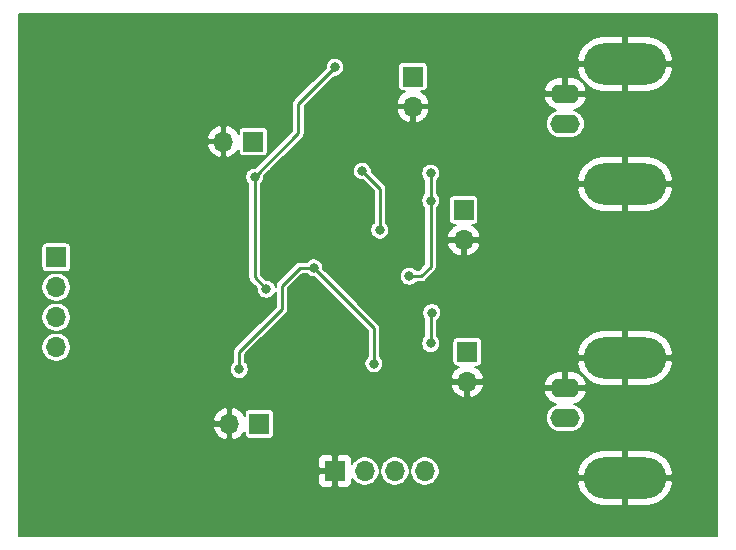
<source format=gbr>
%TF.GenerationSoftware,KiCad,Pcbnew,(5.1.12)-1*%
%TF.CreationDate,2021-12-10T12:11:04+01:00*%
%TF.ProjectId,standalone,7374616e-6461-46c6-9f6e-652e6b696361,rev?*%
%TF.SameCoordinates,Original*%
%TF.FileFunction,Copper,L2,Bot*%
%TF.FilePolarity,Positive*%
%FSLAX46Y46*%
G04 Gerber Fmt 4.6, Leading zero omitted, Abs format (unit mm)*
G04 Created by KiCad (PCBNEW (5.1.12)-1) date 2021-12-10 12:11:04*
%MOMM*%
%LPD*%
G01*
G04 APERTURE LIST*
%TA.AperFunction,ComponentPad*%
%ADD10O,1.700000X1.700000*%
%TD*%
%TA.AperFunction,ComponentPad*%
%ADD11R,1.700000X1.700000*%
%TD*%
%TA.AperFunction,ComponentPad*%
%ADD12O,2.500000X1.600000*%
%TD*%
%TA.AperFunction,ComponentPad*%
%ADD13O,7.000000X3.500000*%
%TD*%
%TA.AperFunction,ViaPad*%
%ADD14C,0.800000*%
%TD*%
%TA.AperFunction,Conductor*%
%ADD15C,0.250000*%
%TD*%
%TA.AperFunction,Conductor*%
%ADD16C,0.200000*%
%TD*%
%TA.AperFunction,Conductor*%
%ADD17C,0.100000*%
%TD*%
G04 APERTURE END LIST*
D10*
%TO.P,J7,4*%
%TO.N,Net-(J7-Pad4)*%
X134820000Y-64100000D03*
%TO.P,J7,3*%
%TO.N,Net-(J7-Pad3)*%
X132280000Y-64100000D03*
%TO.P,J7,2*%
%TO.N,Net-(J7-Pad2)*%
X129740000Y-64100000D03*
D11*
%TO.P,J7,1*%
%TO.N,GND*%
X127200000Y-64100000D03*
%TD*%
D10*
%TO.P,J9,2*%
%TO.N,GND*%
X138100000Y-44540000D03*
D11*
%TO.P,J9,1*%
%TO.N,IFI_ST2*%
X138100000Y-42000000D03*
%TD*%
D10*
%TO.P,J8,2*%
%TO.N,GND*%
X138400000Y-56540000D03*
D11*
%TO.P,J8,1*%
%TO.N,IFQ_ST2*%
X138400000Y-54000000D03*
%TD*%
D12*
%TO.P,J6,2*%
%TO.N,GND*%
X146700000Y-57060000D03*
%TO.P,J6,1*%
%TO.N,IFQ_ST2*%
X146700000Y-59600000D03*
D13*
%TO.P,J6,2*%
%TO.N,GND*%
X151780000Y-64680000D03*
X151780000Y-54520000D03*
%TD*%
D12*
%TO.P,J5,2*%
%TO.N,GND*%
X146700000Y-32160000D03*
%TO.P,J5,1*%
%TO.N,IFI_ST2*%
X146700000Y-34700000D03*
D13*
%TO.P,J5,2*%
%TO.N,GND*%
X151780000Y-39780000D03*
X151780000Y-29620000D03*
%TD*%
D10*
%TO.P,J4,2*%
%TO.N,GND*%
X118260000Y-60100000D03*
D11*
%TO.P,J4,1*%
%TO.N,IFQ_ST1*%
X120800000Y-60100000D03*
%TD*%
D10*
%TO.P,J3,2*%
%TO.N,GND*%
X117760000Y-36200000D03*
D11*
%TO.P,J3,1*%
%TO.N,IFI_ST1*%
X120300000Y-36200000D03*
%TD*%
D10*
%TO.P,J2,2*%
%TO.N,GND*%
X133800000Y-33240000D03*
D11*
%TO.P,J2,1*%
%TO.N,+5V*%
X133800000Y-30700000D03*
%TD*%
D10*
%TO.P,J1,4*%
%TO.N,IFQ*%
X103600000Y-53620000D03*
%TO.P,J1,3*%
%TO.N,IFQX*%
X103600000Y-51080000D03*
%TO.P,J1,2*%
%TO.N,IFI*%
X103600000Y-48540000D03*
D11*
%TO.P,J1,1*%
%TO.N,IFIX*%
X103600000Y-46000000D03*
%TD*%
D14*
%TO.N,Net-(C7-Pad2)*%
X129500000Y-38700000D03*
X131000000Y-43700000D03*
%TO.N,+5V*%
X135300000Y-41200000D03*
X135300000Y-38900000D03*
X135300000Y-53300000D03*
X135400000Y-50700000D03*
X133500000Y-47600000D03*
X120400000Y-39200000D03*
X127200000Y-29900000D03*
X121400000Y-48700000D03*
%TO.N,REF*%
X125400000Y-46900000D03*
X130500000Y-55000000D03*
X119100000Y-55500000D03*
%TD*%
D15*
%TO.N,Net-(C7-Pad2)*%
X129500000Y-38700000D02*
X131000000Y-40200000D01*
X131000000Y-40200000D02*
X131000000Y-43700000D01*
%TO.N,+5V*%
X135300000Y-41200000D02*
X135300000Y-38900000D01*
X135300000Y-50800000D02*
X135400000Y-50700000D01*
X135300000Y-53300000D02*
X135300000Y-50800000D01*
X133500000Y-47600000D02*
X134500000Y-47600000D01*
X135300000Y-46800000D02*
X135300000Y-41200000D01*
X134500000Y-47600000D02*
X135300000Y-46800000D01*
X120400000Y-39200000D02*
X124100000Y-35500000D01*
X124100000Y-33000000D02*
X127200000Y-29900000D01*
X124100000Y-35500000D02*
X124100000Y-33000000D01*
X120400000Y-47700000D02*
X121400000Y-48700000D01*
X120400000Y-39200000D02*
X120400000Y-47700000D01*
%TO.N,REF*%
X130500000Y-52000000D02*
X130500000Y-55000000D01*
X125400000Y-46900000D02*
X130500000Y-52000000D01*
X125400000Y-46900000D02*
X124200000Y-46900000D01*
X124200000Y-46900000D02*
X122700000Y-48400000D01*
X122700000Y-48400000D02*
X122700000Y-50400000D01*
X119100000Y-54000000D02*
X119100000Y-55500000D01*
X122700000Y-50400000D02*
X119100000Y-54000000D01*
%TD*%
D16*
%TO.N,GND*%
X159575000Y-69575000D02*
X100425000Y-69575000D01*
X100425000Y-64950000D01*
X125739058Y-64950000D01*
X125750797Y-65069189D01*
X125785563Y-65183797D01*
X125842020Y-65289421D01*
X125917999Y-65382001D01*
X126010579Y-65457980D01*
X126116203Y-65514437D01*
X126230811Y-65549203D01*
X126350000Y-65560942D01*
X126894000Y-65558000D01*
X127046000Y-65406000D01*
X127046000Y-64254000D01*
X125894000Y-64254000D01*
X125742000Y-64406000D01*
X125739058Y-64950000D01*
X100425000Y-64950000D01*
X100425000Y-63250000D01*
X125739058Y-63250000D01*
X125742000Y-63794000D01*
X125894000Y-63946000D01*
X127046000Y-63946000D01*
X127046000Y-62794000D01*
X127354000Y-62794000D01*
X127354000Y-63946000D01*
X127374000Y-63946000D01*
X127374000Y-64254000D01*
X127354000Y-64254000D01*
X127354000Y-65406000D01*
X127506000Y-65558000D01*
X128050000Y-65560942D01*
X128169189Y-65549203D01*
X128283797Y-65514437D01*
X128389421Y-65457980D01*
X128482001Y-65382001D01*
X128557980Y-65289421D01*
X128614437Y-65183797D01*
X128649203Y-65069189D01*
X128660942Y-64950000D01*
X128659770Y-64733261D01*
X128769062Y-64896828D01*
X128943172Y-65070938D01*
X129147903Y-65207735D01*
X129375389Y-65301963D01*
X129616886Y-65350000D01*
X129863114Y-65350000D01*
X130104611Y-65301963D01*
X130332097Y-65207735D01*
X130536828Y-65070938D01*
X130710938Y-64896828D01*
X130847735Y-64692097D01*
X130941963Y-64464611D01*
X130990000Y-64223114D01*
X130990000Y-63976886D01*
X131030000Y-63976886D01*
X131030000Y-64223114D01*
X131078037Y-64464611D01*
X131172265Y-64692097D01*
X131309062Y-64896828D01*
X131483172Y-65070938D01*
X131687903Y-65207735D01*
X131915389Y-65301963D01*
X132156886Y-65350000D01*
X132403114Y-65350000D01*
X132644611Y-65301963D01*
X132872097Y-65207735D01*
X133076828Y-65070938D01*
X133250938Y-64896828D01*
X133387735Y-64692097D01*
X133481963Y-64464611D01*
X133530000Y-64223114D01*
X133530000Y-63976886D01*
X133570000Y-63976886D01*
X133570000Y-64223114D01*
X133618037Y-64464611D01*
X133712265Y-64692097D01*
X133849062Y-64896828D01*
X134023172Y-65070938D01*
X134227903Y-65207735D01*
X134455389Y-65301963D01*
X134696886Y-65350000D01*
X134943114Y-65350000D01*
X135184611Y-65301963D01*
X135412097Y-65207735D01*
X135423390Y-65200189D01*
X147730094Y-65200189D01*
X147792559Y-65440091D01*
X147983837Y-65861989D01*
X148253748Y-66238464D01*
X148591919Y-66555048D01*
X148985355Y-66799575D01*
X149418936Y-66962648D01*
X149876000Y-67038000D01*
X151626000Y-67038000D01*
X151626000Y-64834000D01*
X151934000Y-64834000D01*
X151934000Y-67038000D01*
X153684000Y-67038000D01*
X154141064Y-66962648D01*
X154574645Y-66799575D01*
X154968081Y-66555048D01*
X155306252Y-66238464D01*
X155576163Y-65861989D01*
X155767441Y-65440091D01*
X155829906Y-65200189D01*
X155730618Y-64834000D01*
X151934000Y-64834000D01*
X151626000Y-64834000D01*
X147829382Y-64834000D01*
X147730094Y-65200189D01*
X135423390Y-65200189D01*
X135616828Y-65070938D01*
X135790938Y-64896828D01*
X135927735Y-64692097D01*
X136021963Y-64464611D01*
X136070000Y-64223114D01*
X136070000Y-64159811D01*
X147730094Y-64159811D01*
X147829382Y-64526000D01*
X151626000Y-64526000D01*
X151626000Y-62322000D01*
X151934000Y-62322000D01*
X151934000Y-64526000D01*
X155730618Y-64526000D01*
X155829906Y-64159811D01*
X155767441Y-63919909D01*
X155576163Y-63498011D01*
X155306252Y-63121536D01*
X154968081Y-62804952D01*
X154574645Y-62560425D01*
X154141064Y-62397352D01*
X153684000Y-62322000D01*
X151934000Y-62322000D01*
X151626000Y-62322000D01*
X149876000Y-62322000D01*
X149418936Y-62397352D01*
X148985355Y-62560425D01*
X148591919Y-62804952D01*
X148253748Y-63121536D01*
X147983837Y-63498011D01*
X147792559Y-63919909D01*
X147730094Y-64159811D01*
X136070000Y-64159811D01*
X136070000Y-63976886D01*
X136021963Y-63735389D01*
X135927735Y-63507903D01*
X135790938Y-63303172D01*
X135616828Y-63129062D01*
X135412097Y-62992265D01*
X135184611Y-62898037D01*
X134943114Y-62850000D01*
X134696886Y-62850000D01*
X134455389Y-62898037D01*
X134227903Y-62992265D01*
X134023172Y-63129062D01*
X133849062Y-63303172D01*
X133712265Y-63507903D01*
X133618037Y-63735389D01*
X133570000Y-63976886D01*
X133530000Y-63976886D01*
X133481963Y-63735389D01*
X133387735Y-63507903D01*
X133250938Y-63303172D01*
X133076828Y-63129062D01*
X132872097Y-62992265D01*
X132644611Y-62898037D01*
X132403114Y-62850000D01*
X132156886Y-62850000D01*
X131915389Y-62898037D01*
X131687903Y-62992265D01*
X131483172Y-63129062D01*
X131309062Y-63303172D01*
X131172265Y-63507903D01*
X131078037Y-63735389D01*
X131030000Y-63976886D01*
X130990000Y-63976886D01*
X130941963Y-63735389D01*
X130847735Y-63507903D01*
X130710938Y-63303172D01*
X130536828Y-63129062D01*
X130332097Y-62992265D01*
X130104611Y-62898037D01*
X129863114Y-62850000D01*
X129616886Y-62850000D01*
X129375389Y-62898037D01*
X129147903Y-62992265D01*
X128943172Y-63129062D01*
X128769062Y-63303172D01*
X128659770Y-63466739D01*
X128660942Y-63250000D01*
X128649203Y-63130811D01*
X128614437Y-63016203D01*
X128557980Y-62910579D01*
X128482001Y-62817999D01*
X128389421Y-62742020D01*
X128283797Y-62685563D01*
X128169189Y-62650797D01*
X128050000Y-62639058D01*
X127506000Y-62642000D01*
X127354000Y-62794000D01*
X127046000Y-62794000D01*
X126894000Y-62642000D01*
X126350000Y-62639058D01*
X126230811Y-62650797D01*
X126116203Y-62685563D01*
X126010579Y-62742020D01*
X125917999Y-62817999D01*
X125842020Y-62910579D01*
X125785563Y-63016203D01*
X125750797Y-63130811D01*
X125739058Y-63250000D01*
X100425000Y-63250000D01*
X100425000Y-60478911D01*
X116852091Y-60478911D01*
X116953065Y-60746300D01*
X117104264Y-60988852D01*
X117299878Y-61197246D01*
X117532389Y-61363473D01*
X117792861Y-61481146D01*
X117881090Y-61507903D01*
X118106000Y-61396889D01*
X118106000Y-60254000D01*
X116962150Y-60254000D01*
X116852091Y-60478911D01*
X100425000Y-60478911D01*
X100425000Y-59721089D01*
X116852091Y-59721089D01*
X116962150Y-59946000D01*
X118106000Y-59946000D01*
X118106000Y-58803111D01*
X118414000Y-58803111D01*
X118414000Y-59946000D01*
X118434000Y-59946000D01*
X118434000Y-60254000D01*
X118414000Y-60254000D01*
X118414000Y-61396889D01*
X118638910Y-61507903D01*
X118727139Y-61481146D01*
X118987611Y-61363473D01*
X119220122Y-61197246D01*
X119415736Y-60988852D01*
X119548065Y-60776571D01*
X119548065Y-60950000D01*
X119555788Y-61028414D01*
X119578660Y-61103814D01*
X119615803Y-61173303D01*
X119665789Y-61234211D01*
X119726697Y-61284197D01*
X119796186Y-61321340D01*
X119871586Y-61344212D01*
X119950000Y-61351935D01*
X121650000Y-61351935D01*
X121728414Y-61344212D01*
X121803814Y-61321340D01*
X121873303Y-61284197D01*
X121934211Y-61234211D01*
X121984197Y-61173303D01*
X122021340Y-61103814D01*
X122044212Y-61028414D01*
X122051935Y-60950000D01*
X122051935Y-59250000D01*
X122044212Y-59171586D01*
X122021340Y-59096186D01*
X121984197Y-59026697D01*
X121934211Y-58965789D01*
X121873303Y-58915803D01*
X121803814Y-58878660D01*
X121728414Y-58855788D01*
X121650000Y-58848065D01*
X119950000Y-58848065D01*
X119871586Y-58855788D01*
X119796186Y-58878660D01*
X119726697Y-58915803D01*
X119665789Y-58965789D01*
X119615803Y-59026697D01*
X119578660Y-59096186D01*
X119555788Y-59171586D01*
X119548065Y-59250000D01*
X119548065Y-59423429D01*
X119415736Y-59211148D01*
X119220122Y-59002754D01*
X118987611Y-58836527D01*
X118727139Y-58718854D01*
X118638910Y-58692097D01*
X118414000Y-58803111D01*
X118106000Y-58803111D01*
X117881090Y-58692097D01*
X117792861Y-58718854D01*
X117532389Y-58836527D01*
X117299878Y-59002754D01*
X117104264Y-59211148D01*
X116953065Y-59453700D01*
X116852091Y-59721089D01*
X100425000Y-59721089D01*
X100425000Y-56918910D01*
X136992097Y-56918910D01*
X137018854Y-57007139D01*
X137136527Y-57267611D01*
X137302754Y-57500122D01*
X137511148Y-57695736D01*
X137753700Y-57846935D01*
X138021089Y-57947909D01*
X138246000Y-57837850D01*
X138246000Y-56694000D01*
X138554000Y-56694000D01*
X138554000Y-57837850D01*
X138778911Y-57947909D01*
X139046300Y-57846935D01*
X139288852Y-57695736D01*
X139497246Y-57500122D01*
X139546632Y-57431042D01*
X144891769Y-57431042D01*
X144993733Y-57714197D01*
X145145499Y-57946712D01*
X145339711Y-58145151D01*
X145568904Y-58301889D01*
X145824272Y-58410902D01*
X145949389Y-58437193D01*
X145788558Y-58485981D01*
X145580090Y-58597409D01*
X145397366Y-58747366D01*
X145247409Y-58930090D01*
X145135981Y-59138558D01*
X145067363Y-59364759D01*
X145044194Y-59600000D01*
X145067363Y-59835241D01*
X145135981Y-60061442D01*
X145247409Y-60269910D01*
X145397366Y-60452634D01*
X145580090Y-60602591D01*
X145788558Y-60714019D01*
X146014759Y-60782637D01*
X146191050Y-60800000D01*
X147208950Y-60800000D01*
X147385241Y-60782637D01*
X147611442Y-60714019D01*
X147819910Y-60602591D01*
X148002634Y-60452634D01*
X148152591Y-60269910D01*
X148264019Y-60061442D01*
X148332637Y-59835241D01*
X148355806Y-59600000D01*
X148332637Y-59364759D01*
X148264019Y-59138558D01*
X148152591Y-58930090D01*
X148002634Y-58747366D01*
X147819910Y-58597409D01*
X147611442Y-58485981D01*
X147450611Y-58437193D01*
X147575728Y-58410902D01*
X147831096Y-58301889D01*
X148060289Y-58145151D01*
X148254501Y-57946712D01*
X148406267Y-57714197D01*
X148508231Y-57431042D01*
X148396523Y-57214000D01*
X146854000Y-57214000D01*
X146854000Y-57234000D01*
X146546000Y-57234000D01*
X146546000Y-57214000D01*
X145003477Y-57214000D01*
X144891769Y-57431042D01*
X139546632Y-57431042D01*
X139663473Y-57267611D01*
X139781146Y-57007139D01*
X139807903Y-56918910D01*
X139696889Y-56694000D01*
X138554000Y-56694000D01*
X138246000Y-56694000D01*
X137103111Y-56694000D01*
X136992097Y-56918910D01*
X100425000Y-56918910D01*
X100425000Y-56688958D01*
X144891769Y-56688958D01*
X145003477Y-56906000D01*
X146546000Y-56906000D01*
X146546000Y-55652000D01*
X146854000Y-55652000D01*
X146854000Y-56906000D01*
X148396523Y-56906000D01*
X148508231Y-56688958D01*
X148406267Y-56405803D01*
X148254501Y-56173288D01*
X148060289Y-55974849D01*
X147831096Y-55818111D01*
X147575728Y-55709098D01*
X147304000Y-55652000D01*
X146854000Y-55652000D01*
X146546000Y-55652000D01*
X146096000Y-55652000D01*
X145824272Y-55709098D01*
X145568904Y-55818111D01*
X145339711Y-55974849D01*
X145145499Y-56173288D01*
X144993733Y-56405803D01*
X144891769Y-56688958D01*
X100425000Y-56688958D01*
X100425000Y-55421207D01*
X118300000Y-55421207D01*
X118300000Y-55578793D01*
X118330743Y-55733351D01*
X118391049Y-55878942D01*
X118478599Y-56009970D01*
X118590030Y-56121401D01*
X118721058Y-56208951D01*
X118866649Y-56269257D01*
X119021207Y-56300000D01*
X119178793Y-56300000D01*
X119333351Y-56269257D01*
X119478942Y-56208951D01*
X119550571Y-56161090D01*
X136992097Y-56161090D01*
X137103111Y-56386000D01*
X138246000Y-56386000D01*
X138246000Y-56366000D01*
X138554000Y-56366000D01*
X138554000Y-56386000D01*
X139696889Y-56386000D01*
X139807903Y-56161090D01*
X139781146Y-56072861D01*
X139663473Y-55812389D01*
X139497246Y-55579878D01*
X139288852Y-55384264D01*
X139076571Y-55251935D01*
X139250000Y-55251935D01*
X139328414Y-55244212D01*
X139403814Y-55221340D01*
X139473303Y-55184197D01*
X139534211Y-55134211D01*
X139584197Y-55073303D01*
X139601896Y-55040189D01*
X147730094Y-55040189D01*
X147792559Y-55280091D01*
X147983837Y-55701989D01*
X148253748Y-56078464D01*
X148591919Y-56395048D01*
X148985355Y-56639575D01*
X149418936Y-56802648D01*
X149876000Y-56878000D01*
X151626000Y-56878000D01*
X151626000Y-54674000D01*
X151934000Y-54674000D01*
X151934000Y-56878000D01*
X153684000Y-56878000D01*
X154141064Y-56802648D01*
X154574645Y-56639575D01*
X154968081Y-56395048D01*
X155306252Y-56078464D01*
X155576163Y-55701989D01*
X155767441Y-55280091D01*
X155829906Y-55040189D01*
X155730618Y-54674000D01*
X151934000Y-54674000D01*
X151626000Y-54674000D01*
X147829382Y-54674000D01*
X147730094Y-55040189D01*
X139601896Y-55040189D01*
X139621340Y-55003814D01*
X139644212Y-54928414D01*
X139651935Y-54850000D01*
X139651935Y-53999811D01*
X147730094Y-53999811D01*
X147829382Y-54366000D01*
X151626000Y-54366000D01*
X151626000Y-52162000D01*
X151934000Y-52162000D01*
X151934000Y-54366000D01*
X155730618Y-54366000D01*
X155829906Y-53999811D01*
X155767441Y-53759909D01*
X155576163Y-53338011D01*
X155306252Y-52961536D01*
X154968081Y-52644952D01*
X154574645Y-52400425D01*
X154141064Y-52237352D01*
X153684000Y-52162000D01*
X151934000Y-52162000D01*
X151626000Y-52162000D01*
X149876000Y-52162000D01*
X149418936Y-52237352D01*
X148985355Y-52400425D01*
X148591919Y-52644952D01*
X148253748Y-52961536D01*
X147983837Y-53338011D01*
X147792559Y-53759909D01*
X147730094Y-53999811D01*
X139651935Y-53999811D01*
X139651935Y-53150000D01*
X139644212Y-53071586D01*
X139621340Y-52996186D01*
X139584197Y-52926697D01*
X139534211Y-52865789D01*
X139473303Y-52815803D01*
X139403814Y-52778660D01*
X139328414Y-52755788D01*
X139250000Y-52748065D01*
X137550000Y-52748065D01*
X137471586Y-52755788D01*
X137396186Y-52778660D01*
X137326697Y-52815803D01*
X137265789Y-52865789D01*
X137215803Y-52926697D01*
X137178660Y-52996186D01*
X137155788Y-53071586D01*
X137148065Y-53150000D01*
X137148065Y-54850000D01*
X137155788Y-54928414D01*
X137178660Y-55003814D01*
X137215803Y-55073303D01*
X137265789Y-55134211D01*
X137326697Y-55184197D01*
X137396186Y-55221340D01*
X137471586Y-55244212D01*
X137550000Y-55251935D01*
X137723429Y-55251935D01*
X137511148Y-55384264D01*
X137302754Y-55579878D01*
X137136527Y-55812389D01*
X137018854Y-56072861D01*
X136992097Y-56161090D01*
X119550571Y-56161090D01*
X119609970Y-56121401D01*
X119721401Y-56009970D01*
X119808951Y-55878942D01*
X119869257Y-55733351D01*
X119900000Y-55578793D01*
X119900000Y-55421207D01*
X119869257Y-55266649D01*
X119808951Y-55121058D01*
X119721401Y-54990030D01*
X119625000Y-54893629D01*
X119625000Y-54217461D01*
X123053001Y-50789462D01*
X123073027Y-50773027D01*
X123089462Y-50753001D01*
X123089466Y-50752997D01*
X123138633Y-50693086D01*
X123187383Y-50601881D01*
X123217403Y-50502918D01*
X123224883Y-50426973D01*
X123225000Y-50425788D01*
X123225000Y-50425780D01*
X123227539Y-50400000D01*
X123225000Y-50374220D01*
X123225000Y-48617461D01*
X124417462Y-47425000D01*
X124793629Y-47425000D01*
X124890030Y-47521401D01*
X125021058Y-47608951D01*
X125166649Y-47669257D01*
X125321207Y-47700000D01*
X125457539Y-47700000D01*
X129975000Y-52217462D01*
X129975001Y-54393628D01*
X129878599Y-54490030D01*
X129791049Y-54621058D01*
X129730743Y-54766649D01*
X129700000Y-54921207D01*
X129700000Y-55078793D01*
X129730743Y-55233351D01*
X129791049Y-55378942D01*
X129878599Y-55509970D01*
X129990030Y-55621401D01*
X130121058Y-55708951D01*
X130266649Y-55769257D01*
X130421207Y-55800000D01*
X130578793Y-55800000D01*
X130733351Y-55769257D01*
X130878942Y-55708951D01*
X131009970Y-55621401D01*
X131121401Y-55509970D01*
X131208951Y-55378942D01*
X131269257Y-55233351D01*
X131300000Y-55078793D01*
X131300000Y-54921207D01*
X131269257Y-54766649D01*
X131208951Y-54621058D01*
X131121401Y-54490030D01*
X131025000Y-54393629D01*
X131025000Y-53221207D01*
X134500000Y-53221207D01*
X134500000Y-53378793D01*
X134530743Y-53533351D01*
X134591049Y-53678942D01*
X134678599Y-53809970D01*
X134790030Y-53921401D01*
X134921058Y-54008951D01*
X135066649Y-54069257D01*
X135221207Y-54100000D01*
X135378793Y-54100000D01*
X135533351Y-54069257D01*
X135678942Y-54008951D01*
X135809970Y-53921401D01*
X135921401Y-53809970D01*
X136008951Y-53678942D01*
X136069257Y-53533351D01*
X136100000Y-53378793D01*
X136100000Y-53221207D01*
X136069257Y-53066649D01*
X136008951Y-52921058D01*
X135921401Y-52790030D01*
X135825000Y-52693629D01*
X135825000Y-51378176D01*
X135909970Y-51321401D01*
X136021401Y-51209970D01*
X136108951Y-51078942D01*
X136169257Y-50933351D01*
X136200000Y-50778793D01*
X136200000Y-50621207D01*
X136169257Y-50466649D01*
X136108951Y-50321058D01*
X136021401Y-50190030D01*
X135909970Y-50078599D01*
X135778942Y-49991049D01*
X135633351Y-49930743D01*
X135478793Y-49900000D01*
X135321207Y-49900000D01*
X135166649Y-49930743D01*
X135021058Y-49991049D01*
X134890030Y-50078599D01*
X134778599Y-50190030D01*
X134691049Y-50321058D01*
X134630743Y-50466649D01*
X134600000Y-50621207D01*
X134600000Y-50778793D01*
X134630743Y-50933351D01*
X134691049Y-51078942D01*
X134775001Y-51204585D01*
X134775000Y-52693629D01*
X134678599Y-52790030D01*
X134591049Y-52921058D01*
X134530743Y-53066649D01*
X134500000Y-53221207D01*
X131025000Y-53221207D01*
X131025000Y-52025779D01*
X131027539Y-51999999D01*
X131025000Y-51974219D01*
X131025000Y-51974212D01*
X131017403Y-51897082D01*
X130987383Y-51798119D01*
X130938633Y-51706914D01*
X130873027Y-51626973D01*
X130852996Y-51610534D01*
X126763669Y-47521207D01*
X132700000Y-47521207D01*
X132700000Y-47678793D01*
X132730743Y-47833351D01*
X132791049Y-47978942D01*
X132878599Y-48109970D01*
X132990030Y-48221401D01*
X133121058Y-48308951D01*
X133266649Y-48369257D01*
X133421207Y-48400000D01*
X133578793Y-48400000D01*
X133733351Y-48369257D01*
X133878942Y-48308951D01*
X134009970Y-48221401D01*
X134106371Y-48125000D01*
X134474220Y-48125000D01*
X134500000Y-48127539D01*
X134525780Y-48125000D01*
X134525788Y-48125000D01*
X134602918Y-48117403D01*
X134701881Y-48087383D01*
X134793086Y-48038633D01*
X134873027Y-47973027D01*
X134889470Y-47952991D01*
X135653001Y-47189462D01*
X135673027Y-47173027D01*
X135689462Y-47153001D01*
X135689466Y-47152997D01*
X135738633Y-47093086D01*
X135787383Y-47001881D01*
X135817403Y-46902918D01*
X135822615Y-46850000D01*
X135825000Y-46825788D01*
X135825000Y-46825780D01*
X135827539Y-46800000D01*
X135825000Y-46774220D01*
X135825000Y-44918910D01*
X136692097Y-44918910D01*
X136718854Y-45007139D01*
X136836527Y-45267611D01*
X137002754Y-45500122D01*
X137211148Y-45695736D01*
X137453700Y-45846935D01*
X137721089Y-45947909D01*
X137946000Y-45837850D01*
X137946000Y-44694000D01*
X138254000Y-44694000D01*
X138254000Y-45837850D01*
X138478911Y-45947909D01*
X138746300Y-45846935D01*
X138988852Y-45695736D01*
X139197246Y-45500122D01*
X139363473Y-45267611D01*
X139481146Y-45007139D01*
X139507903Y-44918910D01*
X139396889Y-44694000D01*
X138254000Y-44694000D01*
X137946000Y-44694000D01*
X136803111Y-44694000D01*
X136692097Y-44918910D01*
X135825000Y-44918910D01*
X135825000Y-44161090D01*
X136692097Y-44161090D01*
X136803111Y-44386000D01*
X137946000Y-44386000D01*
X137946000Y-44366000D01*
X138254000Y-44366000D01*
X138254000Y-44386000D01*
X139396889Y-44386000D01*
X139507903Y-44161090D01*
X139481146Y-44072861D01*
X139363473Y-43812389D01*
X139197246Y-43579878D01*
X138988852Y-43384264D01*
X138776571Y-43251935D01*
X138950000Y-43251935D01*
X139028414Y-43244212D01*
X139103814Y-43221340D01*
X139173303Y-43184197D01*
X139234211Y-43134211D01*
X139284197Y-43073303D01*
X139321340Y-43003814D01*
X139344212Y-42928414D01*
X139351935Y-42850000D01*
X139351935Y-41150000D01*
X139344212Y-41071586D01*
X139321340Y-40996186D01*
X139284197Y-40926697D01*
X139234211Y-40865789D01*
X139173303Y-40815803D01*
X139103814Y-40778660D01*
X139028414Y-40755788D01*
X138950000Y-40748065D01*
X137250000Y-40748065D01*
X137171586Y-40755788D01*
X137096186Y-40778660D01*
X137026697Y-40815803D01*
X136965789Y-40865789D01*
X136915803Y-40926697D01*
X136878660Y-40996186D01*
X136855788Y-41071586D01*
X136848065Y-41150000D01*
X136848065Y-42850000D01*
X136855788Y-42928414D01*
X136878660Y-43003814D01*
X136915803Y-43073303D01*
X136965789Y-43134211D01*
X137026697Y-43184197D01*
X137096186Y-43221340D01*
X137171586Y-43244212D01*
X137250000Y-43251935D01*
X137423429Y-43251935D01*
X137211148Y-43384264D01*
X137002754Y-43579878D01*
X136836527Y-43812389D01*
X136718854Y-44072861D01*
X136692097Y-44161090D01*
X135825000Y-44161090D01*
X135825000Y-41806371D01*
X135921401Y-41709970D01*
X136008951Y-41578942D01*
X136069257Y-41433351D01*
X136100000Y-41278793D01*
X136100000Y-41121207D01*
X136069257Y-40966649D01*
X136008951Y-40821058D01*
X135921401Y-40690030D01*
X135825000Y-40593629D01*
X135825000Y-40300189D01*
X147730094Y-40300189D01*
X147792559Y-40540091D01*
X147983837Y-40961989D01*
X148253748Y-41338464D01*
X148591919Y-41655048D01*
X148985355Y-41899575D01*
X149418936Y-42062648D01*
X149876000Y-42138000D01*
X151626000Y-42138000D01*
X151626000Y-39934000D01*
X151934000Y-39934000D01*
X151934000Y-42138000D01*
X153684000Y-42138000D01*
X154141064Y-42062648D01*
X154574645Y-41899575D01*
X154968081Y-41655048D01*
X155306252Y-41338464D01*
X155576163Y-40961989D01*
X155767441Y-40540091D01*
X155829906Y-40300189D01*
X155730618Y-39934000D01*
X151934000Y-39934000D01*
X151626000Y-39934000D01*
X147829382Y-39934000D01*
X147730094Y-40300189D01*
X135825000Y-40300189D01*
X135825000Y-39506371D01*
X135921401Y-39409970D01*
X136008951Y-39278942D01*
X136016875Y-39259811D01*
X147730094Y-39259811D01*
X147829382Y-39626000D01*
X151626000Y-39626000D01*
X151626000Y-37422000D01*
X151934000Y-37422000D01*
X151934000Y-39626000D01*
X155730618Y-39626000D01*
X155829906Y-39259811D01*
X155767441Y-39019909D01*
X155576163Y-38598011D01*
X155306252Y-38221536D01*
X154968081Y-37904952D01*
X154574645Y-37660425D01*
X154141064Y-37497352D01*
X153684000Y-37422000D01*
X151934000Y-37422000D01*
X151626000Y-37422000D01*
X149876000Y-37422000D01*
X149418936Y-37497352D01*
X148985355Y-37660425D01*
X148591919Y-37904952D01*
X148253748Y-38221536D01*
X147983837Y-38598011D01*
X147792559Y-39019909D01*
X147730094Y-39259811D01*
X136016875Y-39259811D01*
X136069257Y-39133351D01*
X136100000Y-38978793D01*
X136100000Y-38821207D01*
X136069257Y-38666649D01*
X136008951Y-38521058D01*
X135921401Y-38390030D01*
X135809970Y-38278599D01*
X135678942Y-38191049D01*
X135533351Y-38130743D01*
X135378793Y-38100000D01*
X135221207Y-38100000D01*
X135066649Y-38130743D01*
X134921058Y-38191049D01*
X134790030Y-38278599D01*
X134678599Y-38390030D01*
X134591049Y-38521058D01*
X134530743Y-38666649D01*
X134500000Y-38821207D01*
X134500000Y-38978793D01*
X134530743Y-39133351D01*
X134591049Y-39278942D01*
X134678599Y-39409970D01*
X134775001Y-39506372D01*
X134775000Y-40593629D01*
X134678599Y-40690030D01*
X134591049Y-40821058D01*
X134530743Y-40966649D01*
X134500000Y-41121207D01*
X134500000Y-41278793D01*
X134530743Y-41433351D01*
X134591049Y-41578942D01*
X134678599Y-41709970D01*
X134775001Y-41806372D01*
X134775000Y-46582537D01*
X134282539Y-47075000D01*
X134106371Y-47075000D01*
X134009970Y-46978599D01*
X133878942Y-46891049D01*
X133733351Y-46830743D01*
X133578793Y-46800000D01*
X133421207Y-46800000D01*
X133266649Y-46830743D01*
X133121058Y-46891049D01*
X132990030Y-46978599D01*
X132878599Y-47090030D01*
X132791049Y-47221058D01*
X132730743Y-47366649D01*
X132700000Y-47521207D01*
X126763669Y-47521207D01*
X126200000Y-46957539D01*
X126200000Y-46821207D01*
X126169257Y-46666649D01*
X126108951Y-46521058D01*
X126021401Y-46390030D01*
X125909970Y-46278599D01*
X125778942Y-46191049D01*
X125633351Y-46130743D01*
X125478793Y-46100000D01*
X125321207Y-46100000D01*
X125166649Y-46130743D01*
X125021058Y-46191049D01*
X124890030Y-46278599D01*
X124793629Y-46375000D01*
X124225779Y-46375000D01*
X124199999Y-46372461D01*
X124174219Y-46375000D01*
X124174212Y-46375000D01*
X124097082Y-46382597D01*
X123998119Y-46412617D01*
X123906914Y-46461367D01*
X123826973Y-46526973D01*
X123810534Y-46547004D01*
X122347010Y-48010529D01*
X122326973Y-48026973D01*
X122261367Y-48106914D01*
X122212617Y-48198120D01*
X122182597Y-48297083D01*
X122175000Y-48374213D01*
X122175000Y-48374220D01*
X122172461Y-48400000D01*
X122175000Y-48425780D01*
X122175000Y-48495522D01*
X122169257Y-48466649D01*
X122108951Y-48321058D01*
X122021401Y-48190030D01*
X121909970Y-48078599D01*
X121778942Y-47991049D01*
X121633351Y-47930743D01*
X121478793Y-47900000D01*
X121342462Y-47900000D01*
X120925000Y-47482539D01*
X120925000Y-39806371D01*
X121021401Y-39709970D01*
X121108951Y-39578942D01*
X121169257Y-39433351D01*
X121200000Y-39278793D01*
X121200000Y-39142461D01*
X121721254Y-38621207D01*
X128700000Y-38621207D01*
X128700000Y-38778793D01*
X128730743Y-38933351D01*
X128791049Y-39078942D01*
X128878599Y-39209970D01*
X128990030Y-39321401D01*
X129121058Y-39408951D01*
X129266649Y-39469257D01*
X129421207Y-39500000D01*
X129557539Y-39500000D01*
X130475000Y-40417462D01*
X130475001Y-43093628D01*
X130378599Y-43190030D01*
X130291049Y-43321058D01*
X130230743Y-43466649D01*
X130200000Y-43621207D01*
X130200000Y-43778793D01*
X130230743Y-43933351D01*
X130291049Y-44078942D01*
X130378599Y-44209970D01*
X130490030Y-44321401D01*
X130621058Y-44408951D01*
X130766649Y-44469257D01*
X130921207Y-44500000D01*
X131078793Y-44500000D01*
X131233351Y-44469257D01*
X131378942Y-44408951D01*
X131509970Y-44321401D01*
X131621401Y-44209970D01*
X131708951Y-44078942D01*
X131769257Y-43933351D01*
X131800000Y-43778793D01*
X131800000Y-43621207D01*
X131769257Y-43466649D01*
X131708951Y-43321058D01*
X131621401Y-43190030D01*
X131525000Y-43093629D01*
X131525000Y-40225779D01*
X131527539Y-40199999D01*
X131525000Y-40174219D01*
X131525000Y-40174212D01*
X131517403Y-40097082D01*
X131487383Y-39998119D01*
X131438633Y-39906914D01*
X131373027Y-39826973D01*
X131352996Y-39810534D01*
X130300000Y-38757539D01*
X130300000Y-38621207D01*
X130269257Y-38466649D01*
X130208951Y-38321058D01*
X130121401Y-38190030D01*
X130009970Y-38078599D01*
X129878942Y-37991049D01*
X129733351Y-37930743D01*
X129578793Y-37900000D01*
X129421207Y-37900000D01*
X129266649Y-37930743D01*
X129121058Y-37991049D01*
X128990030Y-38078599D01*
X128878599Y-38190030D01*
X128791049Y-38321058D01*
X128730743Y-38466649D01*
X128700000Y-38621207D01*
X121721254Y-38621207D01*
X124452996Y-35889466D01*
X124473027Y-35873027D01*
X124538633Y-35793086D01*
X124587383Y-35701881D01*
X124617403Y-35602918D01*
X124625000Y-35525788D01*
X124625000Y-35525781D01*
X124627539Y-35500001D01*
X124625000Y-35474221D01*
X124625000Y-33618910D01*
X132392097Y-33618910D01*
X132418854Y-33707139D01*
X132536527Y-33967611D01*
X132702754Y-34200122D01*
X132911148Y-34395736D01*
X133153700Y-34546935D01*
X133421089Y-34647909D01*
X133646000Y-34537850D01*
X133646000Y-33394000D01*
X133954000Y-33394000D01*
X133954000Y-34537850D01*
X134178911Y-34647909D01*
X134446300Y-34546935D01*
X134688852Y-34395736D01*
X134897246Y-34200122D01*
X135063473Y-33967611D01*
X135181146Y-33707139D01*
X135207903Y-33618910D01*
X135096889Y-33394000D01*
X133954000Y-33394000D01*
X133646000Y-33394000D01*
X132503111Y-33394000D01*
X132392097Y-33618910D01*
X124625000Y-33618910D01*
X124625000Y-33217461D01*
X124981371Y-32861090D01*
X132392097Y-32861090D01*
X132503111Y-33086000D01*
X133646000Y-33086000D01*
X133646000Y-33066000D01*
X133954000Y-33066000D01*
X133954000Y-33086000D01*
X135096889Y-33086000D01*
X135207903Y-32861090D01*
X135181146Y-32772861D01*
X135071900Y-32531042D01*
X144891769Y-32531042D01*
X144993733Y-32814197D01*
X145145499Y-33046712D01*
X145339711Y-33245151D01*
X145568904Y-33401889D01*
X145824272Y-33510902D01*
X145949389Y-33537193D01*
X145788558Y-33585981D01*
X145580090Y-33697409D01*
X145397366Y-33847366D01*
X145247409Y-34030090D01*
X145135981Y-34238558D01*
X145067363Y-34464759D01*
X145044194Y-34700000D01*
X145067363Y-34935241D01*
X145135981Y-35161442D01*
X145247409Y-35369910D01*
X145397366Y-35552634D01*
X145580090Y-35702591D01*
X145788558Y-35814019D01*
X146014759Y-35882637D01*
X146191050Y-35900000D01*
X147208950Y-35900000D01*
X147385241Y-35882637D01*
X147611442Y-35814019D01*
X147819910Y-35702591D01*
X148002634Y-35552634D01*
X148152591Y-35369910D01*
X148264019Y-35161442D01*
X148332637Y-34935241D01*
X148355806Y-34700000D01*
X148332637Y-34464759D01*
X148264019Y-34238558D01*
X148152591Y-34030090D01*
X148002634Y-33847366D01*
X147819910Y-33697409D01*
X147611442Y-33585981D01*
X147450611Y-33537193D01*
X147575728Y-33510902D01*
X147831096Y-33401889D01*
X148060289Y-33245151D01*
X148254501Y-33046712D01*
X148406267Y-32814197D01*
X148508231Y-32531042D01*
X148396523Y-32314000D01*
X146854000Y-32314000D01*
X146854000Y-32334000D01*
X146546000Y-32334000D01*
X146546000Y-32314000D01*
X145003477Y-32314000D01*
X144891769Y-32531042D01*
X135071900Y-32531042D01*
X135063473Y-32512389D01*
X134897246Y-32279878D01*
X134688852Y-32084264D01*
X134476571Y-31951935D01*
X134650000Y-31951935D01*
X134728414Y-31944212D01*
X134803814Y-31921340D01*
X134873303Y-31884197D01*
X134934211Y-31834211D01*
X134971349Y-31788958D01*
X144891769Y-31788958D01*
X145003477Y-32006000D01*
X146546000Y-32006000D01*
X146546000Y-30752000D01*
X146854000Y-30752000D01*
X146854000Y-32006000D01*
X148396523Y-32006000D01*
X148508231Y-31788958D01*
X148406267Y-31505803D01*
X148254501Y-31273288D01*
X148060289Y-31074849D01*
X147831096Y-30918111D01*
X147575728Y-30809098D01*
X147304000Y-30752000D01*
X146854000Y-30752000D01*
X146546000Y-30752000D01*
X146096000Y-30752000D01*
X145824272Y-30809098D01*
X145568904Y-30918111D01*
X145339711Y-31074849D01*
X145145499Y-31273288D01*
X144993733Y-31505803D01*
X144891769Y-31788958D01*
X134971349Y-31788958D01*
X134984197Y-31773303D01*
X135021340Y-31703814D01*
X135044212Y-31628414D01*
X135051935Y-31550000D01*
X135051935Y-30140189D01*
X147730094Y-30140189D01*
X147792559Y-30380091D01*
X147983837Y-30801989D01*
X148253748Y-31178464D01*
X148591919Y-31495048D01*
X148985355Y-31739575D01*
X149418936Y-31902648D01*
X149876000Y-31978000D01*
X151626000Y-31978000D01*
X151626000Y-29774000D01*
X151934000Y-29774000D01*
X151934000Y-31978000D01*
X153684000Y-31978000D01*
X154141064Y-31902648D01*
X154574645Y-31739575D01*
X154968081Y-31495048D01*
X155306252Y-31178464D01*
X155576163Y-30801989D01*
X155767441Y-30380091D01*
X155829906Y-30140189D01*
X155730618Y-29774000D01*
X151934000Y-29774000D01*
X151626000Y-29774000D01*
X147829382Y-29774000D01*
X147730094Y-30140189D01*
X135051935Y-30140189D01*
X135051935Y-29850000D01*
X135044212Y-29771586D01*
X135021340Y-29696186D01*
X134984197Y-29626697D01*
X134934211Y-29565789D01*
X134873303Y-29515803D01*
X134803814Y-29478660D01*
X134728414Y-29455788D01*
X134650000Y-29448065D01*
X132950000Y-29448065D01*
X132871586Y-29455788D01*
X132796186Y-29478660D01*
X132726697Y-29515803D01*
X132665789Y-29565789D01*
X132615803Y-29626697D01*
X132578660Y-29696186D01*
X132555788Y-29771586D01*
X132548065Y-29850000D01*
X132548065Y-31550000D01*
X132555788Y-31628414D01*
X132578660Y-31703814D01*
X132615803Y-31773303D01*
X132665789Y-31834211D01*
X132726697Y-31884197D01*
X132796186Y-31921340D01*
X132871586Y-31944212D01*
X132950000Y-31951935D01*
X133123429Y-31951935D01*
X132911148Y-32084264D01*
X132702754Y-32279878D01*
X132536527Y-32512389D01*
X132418854Y-32772861D01*
X132392097Y-32861090D01*
X124981371Y-32861090D01*
X127142462Y-30700000D01*
X127278793Y-30700000D01*
X127433351Y-30669257D01*
X127578942Y-30608951D01*
X127709970Y-30521401D01*
X127821401Y-30409970D01*
X127908951Y-30278942D01*
X127969257Y-30133351D01*
X128000000Y-29978793D01*
X128000000Y-29821207D01*
X127969257Y-29666649D01*
X127908951Y-29521058D01*
X127821401Y-29390030D01*
X127709970Y-29278599D01*
X127578942Y-29191049D01*
X127433351Y-29130743D01*
X127278793Y-29100000D01*
X127121207Y-29100000D01*
X126966649Y-29130743D01*
X126821058Y-29191049D01*
X126690030Y-29278599D01*
X126578599Y-29390030D01*
X126491049Y-29521058D01*
X126430743Y-29666649D01*
X126400000Y-29821207D01*
X126400000Y-29957538D01*
X123747005Y-32610534D01*
X123726974Y-32626973D01*
X123710535Y-32647004D01*
X123661367Y-32706915D01*
X123612617Y-32798120D01*
X123582597Y-32897083D01*
X123572461Y-33000000D01*
X123575001Y-33025790D01*
X123575000Y-35282538D01*
X120457539Y-38400000D01*
X120321207Y-38400000D01*
X120166649Y-38430743D01*
X120021058Y-38491049D01*
X119890030Y-38578599D01*
X119778599Y-38690030D01*
X119691049Y-38821058D01*
X119630743Y-38966649D01*
X119600000Y-39121207D01*
X119600000Y-39278793D01*
X119630743Y-39433351D01*
X119691049Y-39578942D01*
X119778599Y-39709970D01*
X119875000Y-39806371D01*
X119875001Y-47674210D01*
X119872461Y-47700000D01*
X119882597Y-47802917D01*
X119912617Y-47901880D01*
X119960279Y-47991049D01*
X119961368Y-47993086D01*
X120026974Y-48073027D01*
X120047005Y-48089466D01*
X120600000Y-48642462D01*
X120600000Y-48778793D01*
X120630743Y-48933351D01*
X120691049Y-49078942D01*
X120778599Y-49209970D01*
X120890030Y-49321401D01*
X121021058Y-49408951D01*
X121166649Y-49469257D01*
X121321207Y-49500000D01*
X121478793Y-49500000D01*
X121633351Y-49469257D01*
X121778942Y-49408951D01*
X121909970Y-49321401D01*
X122021401Y-49209970D01*
X122108951Y-49078942D01*
X122169257Y-48933351D01*
X122175000Y-48904477D01*
X122175001Y-50182536D01*
X118747010Y-53610529D01*
X118726973Y-53626973D01*
X118661367Y-53706914D01*
X118612617Y-53798120D01*
X118582597Y-53897083D01*
X118575000Y-53974213D01*
X118575000Y-53974220D01*
X118572461Y-54000000D01*
X118575000Y-54025780D01*
X118575001Y-54893628D01*
X118478599Y-54990030D01*
X118391049Y-55121058D01*
X118330743Y-55266649D01*
X118300000Y-55421207D01*
X100425000Y-55421207D01*
X100425000Y-53496886D01*
X102350000Y-53496886D01*
X102350000Y-53743114D01*
X102398037Y-53984611D01*
X102492265Y-54212097D01*
X102629062Y-54416828D01*
X102803172Y-54590938D01*
X103007903Y-54727735D01*
X103235389Y-54821963D01*
X103476886Y-54870000D01*
X103723114Y-54870000D01*
X103964611Y-54821963D01*
X104192097Y-54727735D01*
X104396828Y-54590938D01*
X104570938Y-54416828D01*
X104707735Y-54212097D01*
X104801963Y-53984611D01*
X104850000Y-53743114D01*
X104850000Y-53496886D01*
X104801963Y-53255389D01*
X104707735Y-53027903D01*
X104570938Y-52823172D01*
X104396828Y-52649062D01*
X104192097Y-52512265D01*
X103964611Y-52418037D01*
X103723114Y-52370000D01*
X103476886Y-52370000D01*
X103235389Y-52418037D01*
X103007903Y-52512265D01*
X102803172Y-52649062D01*
X102629062Y-52823172D01*
X102492265Y-53027903D01*
X102398037Y-53255389D01*
X102350000Y-53496886D01*
X100425000Y-53496886D01*
X100425000Y-50956886D01*
X102350000Y-50956886D01*
X102350000Y-51203114D01*
X102398037Y-51444611D01*
X102492265Y-51672097D01*
X102629062Y-51876828D01*
X102803172Y-52050938D01*
X103007903Y-52187735D01*
X103235389Y-52281963D01*
X103476886Y-52330000D01*
X103723114Y-52330000D01*
X103964611Y-52281963D01*
X104192097Y-52187735D01*
X104396828Y-52050938D01*
X104570938Y-51876828D01*
X104707735Y-51672097D01*
X104801963Y-51444611D01*
X104850000Y-51203114D01*
X104850000Y-50956886D01*
X104801963Y-50715389D01*
X104707735Y-50487903D01*
X104570938Y-50283172D01*
X104396828Y-50109062D01*
X104192097Y-49972265D01*
X103964611Y-49878037D01*
X103723114Y-49830000D01*
X103476886Y-49830000D01*
X103235389Y-49878037D01*
X103007903Y-49972265D01*
X102803172Y-50109062D01*
X102629062Y-50283172D01*
X102492265Y-50487903D01*
X102398037Y-50715389D01*
X102350000Y-50956886D01*
X100425000Y-50956886D01*
X100425000Y-48416886D01*
X102350000Y-48416886D01*
X102350000Y-48663114D01*
X102398037Y-48904611D01*
X102492265Y-49132097D01*
X102629062Y-49336828D01*
X102803172Y-49510938D01*
X103007903Y-49647735D01*
X103235389Y-49741963D01*
X103476886Y-49790000D01*
X103723114Y-49790000D01*
X103964611Y-49741963D01*
X104192097Y-49647735D01*
X104396828Y-49510938D01*
X104570938Y-49336828D01*
X104707735Y-49132097D01*
X104801963Y-48904611D01*
X104850000Y-48663114D01*
X104850000Y-48416886D01*
X104801963Y-48175389D01*
X104707735Y-47947903D01*
X104570938Y-47743172D01*
X104396828Y-47569062D01*
X104192097Y-47432265D01*
X103964611Y-47338037D01*
X103723114Y-47290000D01*
X103476886Y-47290000D01*
X103235389Y-47338037D01*
X103007903Y-47432265D01*
X102803172Y-47569062D01*
X102629062Y-47743172D01*
X102492265Y-47947903D01*
X102398037Y-48175389D01*
X102350000Y-48416886D01*
X100425000Y-48416886D01*
X100425000Y-45150000D01*
X102348065Y-45150000D01*
X102348065Y-46850000D01*
X102355788Y-46928414D01*
X102378660Y-47003814D01*
X102415803Y-47073303D01*
X102465789Y-47134211D01*
X102526697Y-47184197D01*
X102596186Y-47221340D01*
X102671586Y-47244212D01*
X102750000Y-47251935D01*
X104450000Y-47251935D01*
X104528414Y-47244212D01*
X104603814Y-47221340D01*
X104673303Y-47184197D01*
X104734211Y-47134211D01*
X104784197Y-47073303D01*
X104821340Y-47003814D01*
X104844212Y-46928414D01*
X104851935Y-46850000D01*
X104851935Y-45150000D01*
X104844212Y-45071586D01*
X104821340Y-44996186D01*
X104784197Y-44926697D01*
X104734211Y-44865789D01*
X104673303Y-44815803D01*
X104603814Y-44778660D01*
X104528414Y-44755788D01*
X104450000Y-44748065D01*
X102750000Y-44748065D01*
X102671586Y-44755788D01*
X102596186Y-44778660D01*
X102526697Y-44815803D01*
X102465789Y-44865789D01*
X102415803Y-44926697D01*
X102378660Y-44996186D01*
X102355788Y-45071586D01*
X102348065Y-45150000D01*
X100425000Y-45150000D01*
X100425000Y-36578911D01*
X116352091Y-36578911D01*
X116453065Y-36846300D01*
X116604264Y-37088852D01*
X116799878Y-37297246D01*
X117032389Y-37463473D01*
X117292861Y-37581146D01*
X117381090Y-37607903D01*
X117606000Y-37496889D01*
X117606000Y-36354000D01*
X116462150Y-36354000D01*
X116352091Y-36578911D01*
X100425000Y-36578911D01*
X100425000Y-35821089D01*
X116352091Y-35821089D01*
X116462150Y-36046000D01*
X117606000Y-36046000D01*
X117606000Y-34903111D01*
X117914000Y-34903111D01*
X117914000Y-36046000D01*
X117934000Y-36046000D01*
X117934000Y-36354000D01*
X117914000Y-36354000D01*
X117914000Y-37496889D01*
X118138910Y-37607903D01*
X118227139Y-37581146D01*
X118487611Y-37463473D01*
X118720122Y-37297246D01*
X118915736Y-37088852D01*
X119048065Y-36876571D01*
X119048065Y-37050000D01*
X119055788Y-37128414D01*
X119078660Y-37203814D01*
X119115803Y-37273303D01*
X119165789Y-37334211D01*
X119226697Y-37384197D01*
X119296186Y-37421340D01*
X119371586Y-37444212D01*
X119450000Y-37451935D01*
X121150000Y-37451935D01*
X121228414Y-37444212D01*
X121303814Y-37421340D01*
X121373303Y-37384197D01*
X121434211Y-37334211D01*
X121484197Y-37273303D01*
X121521340Y-37203814D01*
X121544212Y-37128414D01*
X121551935Y-37050000D01*
X121551935Y-35350000D01*
X121544212Y-35271586D01*
X121521340Y-35196186D01*
X121484197Y-35126697D01*
X121434211Y-35065789D01*
X121373303Y-35015803D01*
X121303814Y-34978660D01*
X121228414Y-34955788D01*
X121150000Y-34948065D01*
X119450000Y-34948065D01*
X119371586Y-34955788D01*
X119296186Y-34978660D01*
X119226697Y-35015803D01*
X119165789Y-35065789D01*
X119115803Y-35126697D01*
X119078660Y-35196186D01*
X119055788Y-35271586D01*
X119048065Y-35350000D01*
X119048065Y-35523429D01*
X118915736Y-35311148D01*
X118720122Y-35102754D01*
X118487611Y-34936527D01*
X118227139Y-34818854D01*
X118138910Y-34792097D01*
X117914000Y-34903111D01*
X117606000Y-34903111D01*
X117381090Y-34792097D01*
X117292861Y-34818854D01*
X117032389Y-34936527D01*
X116799878Y-35102754D01*
X116604264Y-35311148D01*
X116453065Y-35553700D01*
X116352091Y-35821089D01*
X100425000Y-35821089D01*
X100425000Y-29099811D01*
X147730094Y-29099811D01*
X147829382Y-29466000D01*
X151626000Y-29466000D01*
X151626000Y-27262000D01*
X151934000Y-27262000D01*
X151934000Y-29466000D01*
X155730618Y-29466000D01*
X155829906Y-29099811D01*
X155767441Y-28859909D01*
X155576163Y-28438011D01*
X155306252Y-28061536D01*
X154968081Y-27744952D01*
X154574645Y-27500425D01*
X154141064Y-27337352D01*
X153684000Y-27262000D01*
X151934000Y-27262000D01*
X151626000Y-27262000D01*
X149876000Y-27262000D01*
X149418936Y-27337352D01*
X148985355Y-27500425D01*
X148591919Y-27744952D01*
X148253748Y-28061536D01*
X147983837Y-28438011D01*
X147792559Y-28859909D01*
X147730094Y-29099811D01*
X100425000Y-29099811D01*
X100425000Y-25425000D01*
X159575001Y-25425000D01*
X159575000Y-69575000D01*
%TA.AperFunction,Conductor*%
D17*
G36*
X159575000Y-69575000D02*
G01*
X100425000Y-69575000D01*
X100425000Y-64950000D01*
X125739058Y-64950000D01*
X125750797Y-65069189D01*
X125785563Y-65183797D01*
X125842020Y-65289421D01*
X125917999Y-65382001D01*
X126010579Y-65457980D01*
X126116203Y-65514437D01*
X126230811Y-65549203D01*
X126350000Y-65560942D01*
X126894000Y-65558000D01*
X127046000Y-65406000D01*
X127046000Y-64254000D01*
X125894000Y-64254000D01*
X125742000Y-64406000D01*
X125739058Y-64950000D01*
X100425000Y-64950000D01*
X100425000Y-63250000D01*
X125739058Y-63250000D01*
X125742000Y-63794000D01*
X125894000Y-63946000D01*
X127046000Y-63946000D01*
X127046000Y-62794000D01*
X127354000Y-62794000D01*
X127354000Y-63946000D01*
X127374000Y-63946000D01*
X127374000Y-64254000D01*
X127354000Y-64254000D01*
X127354000Y-65406000D01*
X127506000Y-65558000D01*
X128050000Y-65560942D01*
X128169189Y-65549203D01*
X128283797Y-65514437D01*
X128389421Y-65457980D01*
X128482001Y-65382001D01*
X128557980Y-65289421D01*
X128614437Y-65183797D01*
X128649203Y-65069189D01*
X128660942Y-64950000D01*
X128659770Y-64733261D01*
X128769062Y-64896828D01*
X128943172Y-65070938D01*
X129147903Y-65207735D01*
X129375389Y-65301963D01*
X129616886Y-65350000D01*
X129863114Y-65350000D01*
X130104611Y-65301963D01*
X130332097Y-65207735D01*
X130536828Y-65070938D01*
X130710938Y-64896828D01*
X130847735Y-64692097D01*
X130941963Y-64464611D01*
X130990000Y-64223114D01*
X130990000Y-63976886D01*
X131030000Y-63976886D01*
X131030000Y-64223114D01*
X131078037Y-64464611D01*
X131172265Y-64692097D01*
X131309062Y-64896828D01*
X131483172Y-65070938D01*
X131687903Y-65207735D01*
X131915389Y-65301963D01*
X132156886Y-65350000D01*
X132403114Y-65350000D01*
X132644611Y-65301963D01*
X132872097Y-65207735D01*
X133076828Y-65070938D01*
X133250938Y-64896828D01*
X133387735Y-64692097D01*
X133481963Y-64464611D01*
X133530000Y-64223114D01*
X133530000Y-63976886D01*
X133570000Y-63976886D01*
X133570000Y-64223114D01*
X133618037Y-64464611D01*
X133712265Y-64692097D01*
X133849062Y-64896828D01*
X134023172Y-65070938D01*
X134227903Y-65207735D01*
X134455389Y-65301963D01*
X134696886Y-65350000D01*
X134943114Y-65350000D01*
X135184611Y-65301963D01*
X135412097Y-65207735D01*
X135423390Y-65200189D01*
X147730094Y-65200189D01*
X147792559Y-65440091D01*
X147983837Y-65861989D01*
X148253748Y-66238464D01*
X148591919Y-66555048D01*
X148985355Y-66799575D01*
X149418936Y-66962648D01*
X149876000Y-67038000D01*
X151626000Y-67038000D01*
X151626000Y-64834000D01*
X151934000Y-64834000D01*
X151934000Y-67038000D01*
X153684000Y-67038000D01*
X154141064Y-66962648D01*
X154574645Y-66799575D01*
X154968081Y-66555048D01*
X155306252Y-66238464D01*
X155576163Y-65861989D01*
X155767441Y-65440091D01*
X155829906Y-65200189D01*
X155730618Y-64834000D01*
X151934000Y-64834000D01*
X151626000Y-64834000D01*
X147829382Y-64834000D01*
X147730094Y-65200189D01*
X135423390Y-65200189D01*
X135616828Y-65070938D01*
X135790938Y-64896828D01*
X135927735Y-64692097D01*
X136021963Y-64464611D01*
X136070000Y-64223114D01*
X136070000Y-64159811D01*
X147730094Y-64159811D01*
X147829382Y-64526000D01*
X151626000Y-64526000D01*
X151626000Y-62322000D01*
X151934000Y-62322000D01*
X151934000Y-64526000D01*
X155730618Y-64526000D01*
X155829906Y-64159811D01*
X155767441Y-63919909D01*
X155576163Y-63498011D01*
X155306252Y-63121536D01*
X154968081Y-62804952D01*
X154574645Y-62560425D01*
X154141064Y-62397352D01*
X153684000Y-62322000D01*
X151934000Y-62322000D01*
X151626000Y-62322000D01*
X149876000Y-62322000D01*
X149418936Y-62397352D01*
X148985355Y-62560425D01*
X148591919Y-62804952D01*
X148253748Y-63121536D01*
X147983837Y-63498011D01*
X147792559Y-63919909D01*
X147730094Y-64159811D01*
X136070000Y-64159811D01*
X136070000Y-63976886D01*
X136021963Y-63735389D01*
X135927735Y-63507903D01*
X135790938Y-63303172D01*
X135616828Y-63129062D01*
X135412097Y-62992265D01*
X135184611Y-62898037D01*
X134943114Y-62850000D01*
X134696886Y-62850000D01*
X134455389Y-62898037D01*
X134227903Y-62992265D01*
X134023172Y-63129062D01*
X133849062Y-63303172D01*
X133712265Y-63507903D01*
X133618037Y-63735389D01*
X133570000Y-63976886D01*
X133530000Y-63976886D01*
X133481963Y-63735389D01*
X133387735Y-63507903D01*
X133250938Y-63303172D01*
X133076828Y-63129062D01*
X132872097Y-62992265D01*
X132644611Y-62898037D01*
X132403114Y-62850000D01*
X132156886Y-62850000D01*
X131915389Y-62898037D01*
X131687903Y-62992265D01*
X131483172Y-63129062D01*
X131309062Y-63303172D01*
X131172265Y-63507903D01*
X131078037Y-63735389D01*
X131030000Y-63976886D01*
X130990000Y-63976886D01*
X130941963Y-63735389D01*
X130847735Y-63507903D01*
X130710938Y-63303172D01*
X130536828Y-63129062D01*
X130332097Y-62992265D01*
X130104611Y-62898037D01*
X129863114Y-62850000D01*
X129616886Y-62850000D01*
X129375389Y-62898037D01*
X129147903Y-62992265D01*
X128943172Y-63129062D01*
X128769062Y-63303172D01*
X128659770Y-63466739D01*
X128660942Y-63250000D01*
X128649203Y-63130811D01*
X128614437Y-63016203D01*
X128557980Y-62910579D01*
X128482001Y-62817999D01*
X128389421Y-62742020D01*
X128283797Y-62685563D01*
X128169189Y-62650797D01*
X128050000Y-62639058D01*
X127506000Y-62642000D01*
X127354000Y-62794000D01*
X127046000Y-62794000D01*
X126894000Y-62642000D01*
X126350000Y-62639058D01*
X126230811Y-62650797D01*
X126116203Y-62685563D01*
X126010579Y-62742020D01*
X125917999Y-62817999D01*
X125842020Y-62910579D01*
X125785563Y-63016203D01*
X125750797Y-63130811D01*
X125739058Y-63250000D01*
X100425000Y-63250000D01*
X100425000Y-60478911D01*
X116852091Y-60478911D01*
X116953065Y-60746300D01*
X117104264Y-60988852D01*
X117299878Y-61197246D01*
X117532389Y-61363473D01*
X117792861Y-61481146D01*
X117881090Y-61507903D01*
X118106000Y-61396889D01*
X118106000Y-60254000D01*
X116962150Y-60254000D01*
X116852091Y-60478911D01*
X100425000Y-60478911D01*
X100425000Y-59721089D01*
X116852091Y-59721089D01*
X116962150Y-59946000D01*
X118106000Y-59946000D01*
X118106000Y-58803111D01*
X118414000Y-58803111D01*
X118414000Y-59946000D01*
X118434000Y-59946000D01*
X118434000Y-60254000D01*
X118414000Y-60254000D01*
X118414000Y-61396889D01*
X118638910Y-61507903D01*
X118727139Y-61481146D01*
X118987611Y-61363473D01*
X119220122Y-61197246D01*
X119415736Y-60988852D01*
X119548065Y-60776571D01*
X119548065Y-60950000D01*
X119555788Y-61028414D01*
X119578660Y-61103814D01*
X119615803Y-61173303D01*
X119665789Y-61234211D01*
X119726697Y-61284197D01*
X119796186Y-61321340D01*
X119871586Y-61344212D01*
X119950000Y-61351935D01*
X121650000Y-61351935D01*
X121728414Y-61344212D01*
X121803814Y-61321340D01*
X121873303Y-61284197D01*
X121934211Y-61234211D01*
X121984197Y-61173303D01*
X122021340Y-61103814D01*
X122044212Y-61028414D01*
X122051935Y-60950000D01*
X122051935Y-59250000D01*
X122044212Y-59171586D01*
X122021340Y-59096186D01*
X121984197Y-59026697D01*
X121934211Y-58965789D01*
X121873303Y-58915803D01*
X121803814Y-58878660D01*
X121728414Y-58855788D01*
X121650000Y-58848065D01*
X119950000Y-58848065D01*
X119871586Y-58855788D01*
X119796186Y-58878660D01*
X119726697Y-58915803D01*
X119665789Y-58965789D01*
X119615803Y-59026697D01*
X119578660Y-59096186D01*
X119555788Y-59171586D01*
X119548065Y-59250000D01*
X119548065Y-59423429D01*
X119415736Y-59211148D01*
X119220122Y-59002754D01*
X118987611Y-58836527D01*
X118727139Y-58718854D01*
X118638910Y-58692097D01*
X118414000Y-58803111D01*
X118106000Y-58803111D01*
X117881090Y-58692097D01*
X117792861Y-58718854D01*
X117532389Y-58836527D01*
X117299878Y-59002754D01*
X117104264Y-59211148D01*
X116953065Y-59453700D01*
X116852091Y-59721089D01*
X100425000Y-59721089D01*
X100425000Y-56918910D01*
X136992097Y-56918910D01*
X137018854Y-57007139D01*
X137136527Y-57267611D01*
X137302754Y-57500122D01*
X137511148Y-57695736D01*
X137753700Y-57846935D01*
X138021089Y-57947909D01*
X138246000Y-57837850D01*
X138246000Y-56694000D01*
X138554000Y-56694000D01*
X138554000Y-57837850D01*
X138778911Y-57947909D01*
X139046300Y-57846935D01*
X139288852Y-57695736D01*
X139497246Y-57500122D01*
X139546632Y-57431042D01*
X144891769Y-57431042D01*
X144993733Y-57714197D01*
X145145499Y-57946712D01*
X145339711Y-58145151D01*
X145568904Y-58301889D01*
X145824272Y-58410902D01*
X145949389Y-58437193D01*
X145788558Y-58485981D01*
X145580090Y-58597409D01*
X145397366Y-58747366D01*
X145247409Y-58930090D01*
X145135981Y-59138558D01*
X145067363Y-59364759D01*
X145044194Y-59600000D01*
X145067363Y-59835241D01*
X145135981Y-60061442D01*
X145247409Y-60269910D01*
X145397366Y-60452634D01*
X145580090Y-60602591D01*
X145788558Y-60714019D01*
X146014759Y-60782637D01*
X146191050Y-60800000D01*
X147208950Y-60800000D01*
X147385241Y-60782637D01*
X147611442Y-60714019D01*
X147819910Y-60602591D01*
X148002634Y-60452634D01*
X148152591Y-60269910D01*
X148264019Y-60061442D01*
X148332637Y-59835241D01*
X148355806Y-59600000D01*
X148332637Y-59364759D01*
X148264019Y-59138558D01*
X148152591Y-58930090D01*
X148002634Y-58747366D01*
X147819910Y-58597409D01*
X147611442Y-58485981D01*
X147450611Y-58437193D01*
X147575728Y-58410902D01*
X147831096Y-58301889D01*
X148060289Y-58145151D01*
X148254501Y-57946712D01*
X148406267Y-57714197D01*
X148508231Y-57431042D01*
X148396523Y-57214000D01*
X146854000Y-57214000D01*
X146854000Y-57234000D01*
X146546000Y-57234000D01*
X146546000Y-57214000D01*
X145003477Y-57214000D01*
X144891769Y-57431042D01*
X139546632Y-57431042D01*
X139663473Y-57267611D01*
X139781146Y-57007139D01*
X139807903Y-56918910D01*
X139696889Y-56694000D01*
X138554000Y-56694000D01*
X138246000Y-56694000D01*
X137103111Y-56694000D01*
X136992097Y-56918910D01*
X100425000Y-56918910D01*
X100425000Y-56688958D01*
X144891769Y-56688958D01*
X145003477Y-56906000D01*
X146546000Y-56906000D01*
X146546000Y-55652000D01*
X146854000Y-55652000D01*
X146854000Y-56906000D01*
X148396523Y-56906000D01*
X148508231Y-56688958D01*
X148406267Y-56405803D01*
X148254501Y-56173288D01*
X148060289Y-55974849D01*
X147831096Y-55818111D01*
X147575728Y-55709098D01*
X147304000Y-55652000D01*
X146854000Y-55652000D01*
X146546000Y-55652000D01*
X146096000Y-55652000D01*
X145824272Y-55709098D01*
X145568904Y-55818111D01*
X145339711Y-55974849D01*
X145145499Y-56173288D01*
X144993733Y-56405803D01*
X144891769Y-56688958D01*
X100425000Y-56688958D01*
X100425000Y-55421207D01*
X118300000Y-55421207D01*
X118300000Y-55578793D01*
X118330743Y-55733351D01*
X118391049Y-55878942D01*
X118478599Y-56009970D01*
X118590030Y-56121401D01*
X118721058Y-56208951D01*
X118866649Y-56269257D01*
X119021207Y-56300000D01*
X119178793Y-56300000D01*
X119333351Y-56269257D01*
X119478942Y-56208951D01*
X119550571Y-56161090D01*
X136992097Y-56161090D01*
X137103111Y-56386000D01*
X138246000Y-56386000D01*
X138246000Y-56366000D01*
X138554000Y-56366000D01*
X138554000Y-56386000D01*
X139696889Y-56386000D01*
X139807903Y-56161090D01*
X139781146Y-56072861D01*
X139663473Y-55812389D01*
X139497246Y-55579878D01*
X139288852Y-55384264D01*
X139076571Y-55251935D01*
X139250000Y-55251935D01*
X139328414Y-55244212D01*
X139403814Y-55221340D01*
X139473303Y-55184197D01*
X139534211Y-55134211D01*
X139584197Y-55073303D01*
X139601896Y-55040189D01*
X147730094Y-55040189D01*
X147792559Y-55280091D01*
X147983837Y-55701989D01*
X148253748Y-56078464D01*
X148591919Y-56395048D01*
X148985355Y-56639575D01*
X149418936Y-56802648D01*
X149876000Y-56878000D01*
X151626000Y-56878000D01*
X151626000Y-54674000D01*
X151934000Y-54674000D01*
X151934000Y-56878000D01*
X153684000Y-56878000D01*
X154141064Y-56802648D01*
X154574645Y-56639575D01*
X154968081Y-56395048D01*
X155306252Y-56078464D01*
X155576163Y-55701989D01*
X155767441Y-55280091D01*
X155829906Y-55040189D01*
X155730618Y-54674000D01*
X151934000Y-54674000D01*
X151626000Y-54674000D01*
X147829382Y-54674000D01*
X147730094Y-55040189D01*
X139601896Y-55040189D01*
X139621340Y-55003814D01*
X139644212Y-54928414D01*
X139651935Y-54850000D01*
X139651935Y-53999811D01*
X147730094Y-53999811D01*
X147829382Y-54366000D01*
X151626000Y-54366000D01*
X151626000Y-52162000D01*
X151934000Y-52162000D01*
X151934000Y-54366000D01*
X155730618Y-54366000D01*
X155829906Y-53999811D01*
X155767441Y-53759909D01*
X155576163Y-53338011D01*
X155306252Y-52961536D01*
X154968081Y-52644952D01*
X154574645Y-52400425D01*
X154141064Y-52237352D01*
X153684000Y-52162000D01*
X151934000Y-52162000D01*
X151626000Y-52162000D01*
X149876000Y-52162000D01*
X149418936Y-52237352D01*
X148985355Y-52400425D01*
X148591919Y-52644952D01*
X148253748Y-52961536D01*
X147983837Y-53338011D01*
X147792559Y-53759909D01*
X147730094Y-53999811D01*
X139651935Y-53999811D01*
X139651935Y-53150000D01*
X139644212Y-53071586D01*
X139621340Y-52996186D01*
X139584197Y-52926697D01*
X139534211Y-52865789D01*
X139473303Y-52815803D01*
X139403814Y-52778660D01*
X139328414Y-52755788D01*
X139250000Y-52748065D01*
X137550000Y-52748065D01*
X137471586Y-52755788D01*
X137396186Y-52778660D01*
X137326697Y-52815803D01*
X137265789Y-52865789D01*
X137215803Y-52926697D01*
X137178660Y-52996186D01*
X137155788Y-53071586D01*
X137148065Y-53150000D01*
X137148065Y-54850000D01*
X137155788Y-54928414D01*
X137178660Y-55003814D01*
X137215803Y-55073303D01*
X137265789Y-55134211D01*
X137326697Y-55184197D01*
X137396186Y-55221340D01*
X137471586Y-55244212D01*
X137550000Y-55251935D01*
X137723429Y-55251935D01*
X137511148Y-55384264D01*
X137302754Y-55579878D01*
X137136527Y-55812389D01*
X137018854Y-56072861D01*
X136992097Y-56161090D01*
X119550571Y-56161090D01*
X119609970Y-56121401D01*
X119721401Y-56009970D01*
X119808951Y-55878942D01*
X119869257Y-55733351D01*
X119900000Y-55578793D01*
X119900000Y-55421207D01*
X119869257Y-55266649D01*
X119808951Y-55121058D01*
X119721401Y-54990030D01*
X119625000Y-54893629D01*
X119625000Y-54217461D01*
X123053001Y-50789462D01*
X123073027Y-50773027D01*
X123089462Y-50753001D01*
X123089466Y-50752997D01*
X123138633Y-50693086D01*
X123187383Y-50601881D01*
X123217403Y-50502918D01*
X123224883Y-50426973D01*
X123225000Y-50425788D01*
X123225000Y-50425780D01*
X123227539Y-50400000D01*
X123225000Y-50374220D01*
X123225000Y-48617461D01*
X124417462Y-47425000D01*
X124793629Y-47425000D01*
X124890030Y-47521401D01*
X125021058Y-47608951D01*
X125166649Y-47669257D01*
X125321207Y-47700000D01*
X125457539Y-47700000D01*
X129975000Y-52217462D01*
X129975001Y-54393628D01*
X129878599Y-54490030D01*
X129791049Y-54621058D01*
X129730743Y-54766649D01*
X129700000Y-54921207D01*
X129700000Y-55078793D01*
X129730743Y-55233351D01*
X129791049Y-55378942D01*
X129878599Y-55509970D01*
X129990030Y-55621401D01*
X130121058Y-55708951D01*
X130266649Y-55769257D01*
X130421207Y-55800000D01*
X130578793Y-55800000D01*
X130733351Y-55769257D01*
X130878942Y-55708951D01*
X131009970Y-55621401D01*
X131121401Y-55509970D01*
X131208951Y-55378942D01*
X131269257Y-55233351D01*
X131300000Y-55078793D01*
X131300000Y-54921207D01*
X131269257Y-54766649D01*
X131208951Y-54621058D01*
X131121401Y-54490030D01*
X131025000Y-54393629D01*
X131025000Y-53221207D01*
X134500000Y-53221207D01*
X134500000Y-53378793D01*
X134530743Y-53533351D01*
X134591049Y-53678942D01*
X134678599Y-53809970D01*
X134790030Y-53921401D01*
X134921058Y-54008951D01*
X135066649Y-54069257D01*
X135221207Y-54100000D01*
X135378793Y-54100000D01*
X135533351Y-54069257D01*
X135678942Y-54008951D01*
X135809970Y-53921401D01*
X135921401Y-53809970D01*
X136008951Y-53678942D01*
X136069257Y-53533351D01*
X136100000Y-53378793D01*
X136100000Y-53221207D01*
X136069257Y-53066649D01*
X136008951Y-52921058D01*
X135921401Y-52790030D01*
X135825000Y-52693629D01*
X135825000Y-51378176D01*
X135909970Y-51321401D01*
X136021401Y-51209970D01*
X136108951Y-51078942D01*
X136169257Y-50933351D01*
X136200000Y-50778793D01*
X136200000Y-50621207D01*
X136169257Y-50466649D01*
X136108951Y-50321058D01*
X136021401Y-50190030D01*
X135909970Y-50078599D01*
X135778942Y-49991049D01*
X135633351Y-49930743D01*
X135478793Y-49900000D01*
X135321207Y-49900000D01*
X135166649Y-49930743D01*
X135021058Y-49991049D01*
X134890030Y-50078599D01*
X134778599Y-50190030D01*
X134691049Y-50321058D01*
X134630743Y-50466649D01*
X134600000Y-50621207D01*
X134600000Y-50778793D01*
X134630743Y-50933351D01*
X134691049Y-51078942D01*
X134775001Y-51204585D01*
X134775000Y-52693629D01*
X134678599Y-52790030D01*
X134591049Y-52921058D01*
X134530743Y-53066649D01*
X134500000Y-53221207D01*
X131025000Y-53221207D01*
X131025000Y-52025779D01*
X131027539Y-51999999D01*
X131025000Y-51974219D01*
X131025000Y-51974212D01*
X131017403Y-51897082D01*
X130987383Y-51798119D01*
X130938633Y-51706914D01*
X130873027Y-51626973D01*
X130852996Y-51610534D01*
X126763669Y-47521207D01*
X132700000Y-47521207D01*
X132700000Y-47678793D01*
X132730743Y-47833351D01*
X132791049Y-47978942D01*
X132878599Y-48109970D01*
X132990030Y-48221401D01*
X133121058Y-48308951D01*
X133266649Y-48369257D01*
X133421207Y-48400000D01*
X133578793Y-48400000D01*
X133733351Y-48369257D01*
X133878942Y-48308951D01*
X134009970Y-48221401D01*
X134106371Y-48125000D01*
X134474220Y-48125000D01*
X134500000Y-48127539D01*
X134525780Y-48125000D01*
X134525788Y-48125000D01*
X134602918Y-48117403D01*
X134701881Y-48087383D01*
X134793086Y-48038633D01*
X134873027Y-47973027D01*
X134889470Y-47952991D01*
X135653001Y-47189462D01*
X135673027Y-47173027D01*
X135689462Y-47153001D01*
X135689466Y-47152997D01*
X135738633Y-47093086D01*
X135787383Y-47001881D01*
X135817403Y-46902918D01*
X135822615Y-46850000D01*
X135825000Y-46825788D01*
X135825000Y-46825780D01*
X135827539Y-46800000D01*
X135825000Y-46774220D01*
X135825000Y-44918910D01*
X136692097Y-44918910D01*
X136718854Y-45007139D01*
X136836527Y-45267611D01*
X137002754Y-45500122D01*
X137211148Y-45695736D01*
X137453700Y-45846935D01*
X137721089Y-45947909D01*
X137946000Y-45837850D01*
X137946000Y-44694000D01*
X138254000Y-44694000D01*
X138254000Y-45837850D01*
X138478911Y-45947909D01*
X138746300Y-45846935D01*
X138988852Y-45695736D01*
X139197246Y-45500122D01*
X139363473Y-45267611D01*
X139481146Y-45007139D01*
X139507903Y-44918910D01*
X139396889Y-44694000D01*
X138254000Y-44694000D01*
X137946000Y-44694000D01*
X136803111Y-44694000D01*
X136692097Y-44918910D01*
X135825000Y-44918910D01*
X135825000Y-44161090D01*
X136692097Y-44161090D01*
X136803111Y-44386000D01*
X137946000Y-44386000D01*
X137946000Y-44366000D01*
X138254000Y-44366000D01*
X138254000Y-44386000D01*
X139396889Y-44386000D01*
X139507903Y-44161090D01*
X139481146Y-44072861D01*
X139363473Y-43812389D01*
X139197246Y-43579878D01*
X138988852Y-43384264D01*
X138776571Y-43251935D01*
X138950000Y-43251935D01*
X139028414Y-43244212D01*
X139103814Y-43221340D01*
X139173303Y-43184197D01*
X139234211Y-43134211D01*
X139284197Y-43073303D01*
X139321340Y-43003814D01*
X139344212Y-42928414D01*
X139351935Y-42850000D01*
X139351935Y-41150000D01*
X139344212Y-41071586D01*
X139321340Y-40996186D01*
X139284197Y-40926697D01*
X139234211Y-40865789D01*
X139173303Y-40815803D01*
X139103814Y-40778660D01*
X139028414Y-40755788D01*
X138950000Y-40748065D01*
X137250000Y-40748065D01*
X137171586Y-40755788D01*
X137096186Y-40778660D01*
X137026697Y-40815803D01*
X136965789Y-40865789D01*
X136915803Y-40926697D01*
X136878660Y-40996186D01*
X136855788Y-41071586D01*
X136848065Y-41150000D01*
X136848065Y-42850000D01*
X136855788Y-42928414D01*
X136878660Y-43003814D01*
X136915803Y-43073303D01*
X136965789Y-43134211D01*
X137026697Y-43184197D01*
X137096186Y-43221340D01*
X137171586Y-43244212D01*
X137250000Y-43251935D01*
X137423429Y-43251935D01*
X137211148Y-43384264D01*
X137002754Y-43579878D01*
X136836527Y-43812389D01*
X136718854Y-44072861D01*
X136692097Y-44161090D01*
X135825000Y-44161090D01*
X135825000Y-41806371D01*
X135921401Y-41709970D01*
X136008951Y-41578942D01*
X136069257Y-41433351D01*
X136100000Y-41278793D01*
X136100000Y-41121207D01*
X136069257Y-40966649D01*
X136008951Y-40821058D01*
X135921401Y-40690030D01*
X135825000Y-40593629D01*
X135825000Y-40300189D01*
X147730094Y-40300189D01*
X147792559Y-40540091D01*
X147983837Y-40961989D01*
X148253748Y-41338464D01*
X148591919Y-41655048D01*
X148985355Y-41899575D01*
X149418936Y-42062648D01*
X149876000Y-42138000D01*
X151626000Y-42138000D01*
X151626000Y-39934000D01*
X151934000Y-39934000D01*
X151934000Y-42138000D01*
X153684000Y-42138000D01*
X154141064Y-42062648D01*
X154574645Y-41899575D01*
X154968081Y-41655048D01*
X155306252Y-41338464D01*
X155576163Y-40961989D01*
X155767441Y-40540091D01*
X155829906Y-40300189D01*
X155730618Y-39934000D01*
X151934000Y-39934000D01*
X151626000Y-39934000D01*
X147829382Y-39934000D01*
X147730094Y-40300189D01*
X135825000Y-40300189D01*
X135825000Y-39506371D01*
X135921401Y-39409970D01*
X136008951Y-39278942D01*
X136016875Y-39259811D01*
X147730094Y-39259811D01*
X147829382Y-39626000D01*
X151626000Y-39626000D01*
X151626000Y-37422000D01*
X151934000Y-37422000D01*
X151934000Y-39626000D01*
X155730618Y-39626000D01*
X155829906Y-39259811D01*
X155767441Y-39019909D01*
X155576163Y-38598011D01*
X155306252Y-38221536D01*
X154968081Y-37904952D01*
X154574645Y-37660425D01*
X154141064Y-37497352D01*
X153684000Y-37422000D01*
X151934000Y-37422000D01*
X151626000Y-37422000D01*
X149876000Y-37422000D01*
X149418936Y-37497352D01*
X148985355Y-37660425D01*
X148591919Y-37904952D01*
X148253748Y-38221536D01*
X147983837Y-38598011D01*
X147792559Y-39019909D01*
X147730094Y-39259811D01*
X136016875Y-39259811D01*
X136069257Y-39133351D01*
X136100000Y-38978793D01*
X136100000Y-38821207D01*
X136069257Y-38666649D01*
X136008951Y-38521058D01*
X135921401Y-38390030D01*
X135809970Y-38278599D01*
X135678942Y-38191049D01*
X135533351Y-38130743D01*
X135378793Y-38100000D01*
X135221207Y-38100000D01*
X135066649Y-38130743D01*
X134921058Y-38191049D01*
X134790030Y-38278599D01*
X134678599Y-38390030D01*
X134591049Y-38521058D01*
X134530743Y-38666649D01*
X134500000Y-38821207D01*
X134500000Y-38978793D01*
X134530743Y-39133351D01*
X134591049Y-39278942D01*
X134678599Y-39409970D01*
X134775001Y-39506372D01*
X134775000Y-40593629D01*
X134678599Y-40690030D01*
X134591049Y-40821058D01*
X134530743Y-40966649D01*
X134500000Y-41121207D01*
X134500000Y-41278793D01*
X134530743Y-41433351D01*
X134591049Y-41578942D01*
X134678599Y-41709970D01*
X134775001Y-41806372D01*
X134775000Y-46582537D01*
X134282539Y-47075000D01*
X134106371Y-47075000D01*
X134009970Y-46978599D01*
X133878942Y-46891049D01*
X133733351Y-46830743D01*
X133578793Y-46800000D01*
X133421207Y-46800000D01*
X133266649Y-46830743D01*
X133121058Y-46891049D01*
X132990030Y-46978599D01*
X132878599Y-47090030D01*
X132791049Y-47221058D01*
X132730743Y-47366649D01*
X132700000Y-47521207D01*
X126763669Y-47521207D01*
X126200000Y-46957539D01*
X126200000Y-46821207D01*
X126169257Y-46666649D01*
X126108951Y-46521058D01*
X126021401Y-46390030D01*
X125909970Y-46278599D01*
X125778942Y-46191049D01*
X125633351Y-46130743D01*
X125478793Y-46100000D01*
X125321207Y-46100000D01*
X125166649Y-46130743D01*
X125021058Y-46191049D01*
X124890030Y-46278599D01*
X124793629Y-46375000D01*
X124225779Y-46375000D01*
X124199999Y-46372461D01*
X124174219Y-46375000D01*
X124174212Y-46375000D01*
X124097082Y-46382597D01*
X123998119Y-46412617D01*
X123906914Y-46461367D01*
X123826973Y-46526973D01*
X123810534Y-46547004D01*
X122347010Y-48010529D01*
X122326973Y-48026973D01*
X122261367Y-48106914D01*
X122212617Y-48198120D01*
X122182597Y-48297083D01*
X122175000Y-48374213D01*
X122175000Y-48374220D01*
X122172461Y-48400000D01*
X122175000Y-48425780D01*
X122175000Y-48495522D01*
X122169257Y-48466649D01*
X122108951Y-48321058D01*
X122021401Y-48190030D01*
X121909970Y-48078599D01*
X121778942Y-47991049D01*
X121633351Y-47930743D01*
X121478793Y-47900000D01*
X121342462Y-47900000D01*
X120925000Y-47482539D01*
X120925000Y-39806371D01*
X121021401Y-39709970D01*
X121108951Y-39578942D01*
X121169257Y-39433351D01*
X121200000Y-39278793D01*
X121200000Y-39142461D01*
X121721254Y-38621207D01*
X128700000Y-38621207D01*
X128700000Y-38778793D01*
X128730743Y-38933351D01*
X128791049Y-39078942D01*
X128878599Y-39209970D01*
X128990030Y-39321401D01*
X129121058Y-39408951D01*
X129266649Y-39469257D01*
X129421207Y-39500000D01*
X129557539Y-39500000D01*
X130475000Y-40417462D01*
X130475001Y-43093628D01*
X130378599Y-43190030D01*
X130291049Y-43321058D01*
X130230743Y-43466649D01*
X130200000Y-43621207D01*
X130200000Y-43778793D01*
X130230743Y-43933351D01*
X130291049Y-44078942D01*
X130378599Y-44209970D01*
X130490030Y-44321401D01*
X130621058Y-44408951D01*
X130766649Y-44469257D01*
X130921207Y-44500000D01*
X131078793Y-44500000D01*
X131233351Y-44469257D01*
X131378942Y-44408951D01*
X131509970Y-44321401D01*
X131621401Y-44209970D01*
X131708951Y-44078942D01*
X131769257Y-43933351D01*
X131800000Y-43778793D01*
X131800000Y-43621207D01*
X131769257Y-43466649D01*
X131708951Y-43321058D01*
X131621401Y-43190030D01*
X131525000Y-43093629D01*
X131525000Y-40225779D01*
X131527539Y-40199999D01*
X131525000Y-40174219D01*
X131525000Y-40174212D01*
X131517403Y-40097082D01*
X131487383Y-39998119D01*
X131438633Y-39906914D01*
X131373027Y-39826973D01*
X131352996Y-39810534D01*
X130300000Y-38757539D01*
X130300000Y-38621207D01*
X130269257Y-38466649D01*
X130208951Y-38321058D01*
X130121401Y-38190030D01*
X130009970Y-38078599D01*
X129878942Y-37991049D01*
X129733351Y-37930743D01*
X129578793Y-37900000D01*
X129421207Y-37900000D01*
X129266649Y-37930743D01*
X129121058Y-37991049D01*
X128990030Y-38078599D01*
X128878599Y-38190030D01*
X128791049Y-38321058D01*
X128730743Y-38466649D01*
X128700000Y-38621207D01*
X121721254Y-38621207D01*
X124452996Y-35889466D01*
X124473027Y-35873027D01*
X124538633Y-35793086D01*
X124587383Y-35701881D01*
X124617403Y-35602918D01*
X124625000Y-35525788D01*
X124625000Y-35525781D01*
X124627539Y-35500001D01*
X124625000Y-35474221D01*
X124625000Y-33618910D01*
X132392097Y-33618910D01*
X132418854Y-33707139D01*
X132536527Y-33967611D01*
X132702754Y-34200122D01*
X132911148Y-34395736D01*
X133153700Y-34546935D01*
X133421089Y-34647909D01*
X133646000Y-34537850D01*
X133646000Y-33394000D01*
X133954000Y-33394000D01*
X133954000Y-34537850D01*
X134178911Y-34647909D01*
X134446300Y-34546935D01*
X134688852Y-34395736D01*
X134897246Y-34200122D01*
X135063473Y-33967611D01*
X135181146Y-33707139D01*
X135207903Y-33618910D01*
X135096889Y-33394000D01*
X133954000Y-33394000D01*
X133646000Y-33394000D01*
X132503111Y-33394000D01*
X132392097Y-33618910D01*
X124625000Y-33618910D01*
X124625000Y-33217461D01*
X124981371Y-32861090D01*
X132392097Y-32861090D01*
X132503111Y-33086000D01*
X133646000Y-33086000D01*
X133646000Y-33066000D01*
X133954000Y-33066000D01*
X133954000Y-33086000D01*
X135096889Y-33086000D01*
X135207903Y-32861090D01*
X135181146Y-32772861D01*
X135071900Y-32531042D01*
X144891769Y-32531042D01*
X144993733Y-32814197D01*
X145145499Y-33046712D01*
X145339711Y-33245151D01*
X145568904Y-33401889D01*
X145824272Y-33510902D01*
X145949389Y-33537193D01*
X145788558Y-33585981D01*
X145580090Y-33697409D01*
X145397366Y-33847366D01*
X145247409Y-34030090D01*
X145135981Y-34238558D01*
X145067363Y-34464759D01*
X145044194Y-34700000D01*
X145067363Y-34935241D01*
X145135981Y-35161442D01*
X145247409Y-35369910D01*
X145397366Y-35552634D01*
X145580090Y-35702591D01*
X145788558Y-35814019D01*
X146014759Y-35882637D01*
X146191050Y-35900000D01*
X147208950Y-35900000D01*
X147385241Y-35882637D01*
X147611442Y-35814019D01*
X147819910Y-35702591D01*
X148002634Y-35552634D01*
X148152591Y-35369910D01*
X148264019Y-35161442D01*
X148332637Y-34935241D01*
X148355806Y-34700000D01*
X148332637Y-34464759D01*
X148264019Y-34238558D01*
X148152591Y-34030090D01*
X148002634Y-33847366D01*
X147819910Y-33697409D01*
X147611442Y-33585981D01*
X147450611Y-33537193D01*
X147575728Y-33510902D01*
X147831096Y-33401889D01*
X148060289Y-33245151D01*
X148254501Y-33046712D01*
X148406267Y-32814197D01*
X148508231Y-32531042D01*
X148396523Y-32314000D01*
X146854000Y-32314000D01*
X146854000Y-32334000D01*
X146546000Y-32334000D01*
X146546000Y-32314000D01*
X145003477Y-32314000D01*
X144891769Y-32531042D01*
X135071900Y-32531042D01*
X135063473Y-32512389D01*
X134897246Y-32279878D01*
X134688852Y-32084264D01*
X134476571Y-31951935D01*
X134650000Y-31951935D01*
X134728414Y-31944212D01*
X134803814Y-31921340D01*
X134873303Y-31884197D01*
X134934211Y-31834211D01*
X134971349Y-31788958D01*
X144891769Y-31788958D01*
X145003477Y-32006000D01*
X146546000Y-32006000D01*
X146546000Y-30752000D01*
X146854000Y-30752000D01*
X146854000Y-32006000D01*
X148396523Y-32006000D01*
X148508231Y-31788958D01*
X148406267Y-31505803D01*
X148254501Y-31273288D01*
X148060289Y-31074849D01*
X147831096Y-30918111D01*
X147575728Y-30809098D01*
X147304000Y-30752000D01*
X146854000Y-30752000D01*
X146546000Y-30752000D01*
X146096000Y-30752000D01*
X145824272Y-30809098D01*
X145568904Y-30918111D01*
X145339711Y-31074849D01*
X145145499Y-31273288D01*
X144993733Y-31505803D01*
X144891769Y-31788958D01*
X134971349Y-31788958D01*
X134984197Y-31773303D01*
X135021340Y-31703814D01*
X135044212Y-31628414D01*
X135051935Y-31550000D01*
X135051935Y-30140189D01*
X147730094Y-30140189D01*
X147792559Y-30380091D01*
X147983837Y-30801989D01*
X148253748Y-31178464D01*
X148591919Y-31495048D01*
X148985355Y-31739575D01*
X149418936Y-31902648D01*
X149876000Y-31978000D01*
X151626000Y-31978000D01*
X151626000Y-29774000D01*
X151934000Y-29774000D01*
X151934000Y-31978000D01*
X153684000Y-31978000D01*
X154141064Y-31902648D01*
X154574645Y-31739575D01*
X154968081Y-31495048D01*
X155306252Y-31178464D01*
X155576163Y-30801989D01*
X155767441Y-30380091D01*
X155829906Y-30140189D01*
X155730618Y-29774000D01*
X151934000Y-29774000D01*
X151626000Y-29774000D01*
X147829382Y-29774000D01*
X147730094Y-30140189D01*
X135051935Y-30140189D01*
X135051935Y-29850000D01*
X135044212Y-29771586D01*
X135021340Y-29696186D01*
X134984197Y-29626697D01*
X134934211Y-29565789D01*
X134873303Y-29515803D01*
X134803814Y-29478660D01*
X134728414Y-29455788D01*
X134650000Y-29448065D01*
X132950000Y-29448065D01*
X132871586Y-29455788D01*
X132796186Y-29478660D01*
X132726697Y-29515803D01*
X132665789Y-29565789D01*
X132615803Y-29626697D01*
X132578660Y-29696186D01*
X132555788Y-29771586D01*
X132548065Y-29850000D01*
X132548065Y-31550000D01*
X132555788Y-31628414D01*
X132578660Y-31703814D01*
X132615803Y-31773303D01*
X132665789Y-31834211D01*
X132726697Y-31884197D01*
X132796186Y-31921340D01*
X132871586Y-31944212D01*
X132950000Y-31951935D01*
X133123429Y-31951935D01*
X132911148Y-32084264D01*
X132702754Y-32279878D01*
X132536527Y-32512389D01*
X132418854Y-32772861D01*
X132392097Y-32861090D01*
X124981371Y-32861090D01*
X127142462Y-30700000D01*
X127278793Y-30700000D01*
X127433351Y-30669257D01*
X127578942Y-30608951D01*
X127709970Y-30521401D01*
X127821401Y-30409970D01*
X127908951Y-30278942D01*
X127969257Y-30133351D01*
X128000000Y-29978793D01*
X128000000Y-29821207D01*
X127969257Y-29666649D01*
X127908951Y-29521058D01*
X127821401Y-29390030D01*
X127709970Y-29278599D01*
X127578942Y-29191049D01*
X127433351Y-29130743D01*
X127278793Y-29100000D01*
X127121207Y-29100000D01*
X126966649Y-29130743D01*
X126821058Y-29191049D01*
X126690030Y-29278599D01*
X126578599Y-29390030D01*
X126491049Y-29521058D01*
X126430743Y-29666649D01*
X126400000Y-29821207D01*
X126400000Y-29957538D01*
X123747005Y-32610534D01*
X123726974Y-32626973D01*
X123710535Y-32647004D01*
X123661367Y-32706915D01*
X123612617Y-32798120D01*
X123582597Y-32897083D01*
X123572461Y-33000000D01*
X123575001Y-33025790D01*
X123575000Y-35282538D01*
X120457539Y-38400000D01*
X120321207Y-38400000D01*
X120166649Y-38430743D01*
X120021058Y-38491049D01*
X119890030Y-38578599D01*
X119778599Y-38690030D01*
X119691049Y-38821058D01*
X119630743Y-38966649D01*
X119600000Y-39121207D01*
X119600000Y-39278793D01*
X119630743Y-39433351D01*
X119691049Y-39578942D01*
X119778599Y-39709970D01*
X119875000Y-39806371D01*
X119875001Y-47674210D01*
X119872461Y-47700000D01*
X119882597Y-47802917D01*
X119912617Y-47901880D01*
X119960279Y-47991049D01*
X119961368Y-47993086D01*
X120026974Y-48073027D01*
X120047005Y-48089466D01*
X120600000Y-48642462D01*
X120600000Y-48778793D01*
X120630743Y-48933351D01*
X120691049Y-49078942D01*
X120778599Y-49209970D01*
X120890030Y-49321401D01*
X121021058Y-49408951D01*
X121166649Y-49469257D01*
X121321207Y-49500000D01*
X121478793Y-49500000D01*
X121633351Y-49469257D01*
X121778942Y-49408951D01*
X121909970Y-49321401D01*
X122021401Y-49209970D01*
X122108951Y-49078942D01*
X122169257Y-48933351D01*
X122175000Y-48904477D01*
X122175001Y-50182536D01*
X118747010Y-53610529D01*
X118726973Y-53626973D01*
X118661367Y-53706914D01*
X118612617Y-53798120D01*
X118582597Y-53897083D01*
X118575000Y-53974213D01*
X118575000Y-53974220D01*
X118572461Y-54000000D01*
X118575000Y-54025780D01*
X118575001Y-54893628D01*
X118478599Y-54990030D01*
X118391049Y-55121058D01*
X118330743Y-55266649D01*
X118300000Y-55421207D01*
X100425000Y-55421207D01*
X100425000Y-53496886D01*
X102350000Y-53496886D01*
X102350000Y-53743114D01*
X102398037Y-53984611D01*
X102492265Y-54212097D01*
X102629062Y-54416828D01*
X102803172Y-54590938D01*
X103007903Y-54727735D01*
X103235389Y-54821963D01*
X103476886Y-54870000D01*
X103723114Y-54870000D01*
X103964611Y-54821963D01*
X104192097Y-54727735D01*
X104396828Y-54590938D01*
X104570938Y-54416828D01*
X104707735Y-54212097D01*
X104801963Y-53984611D01*
X104850000Y-53743114D01*
X104850000Y-53496886D01*
X104801963Y-53255389D01*
X104707735Y-53027903D01*
X104570938Y-52823172D01*
X104396828Y-52649062D01*
X104192097Y-52512265D01*
X103964611Y-52418037D01*
X103723114Y-52370000D01*
X103476886Y-52370000D01*
X103235389Y-52418037D01*
X103007903Y-52512265D01*
X102803172Y-52649062D01*
X102629062Y-52823172D01*
X102492265Y-53027903D01*
X102398037Y-53255389D01*
X102350000Y-53496886D01*
X100425000Y-53496886D01*
X100425000Y-50956886D01*
X102350000Y-50956886D01*
X102350000Y-51203114D01*
X102398037Y-51444611D01*
X102492265Y-51672097D01*
X102629062Y-51876828D01*
X102803172Y-52050938D01*
X103007903Y-52187735D01*
X103235389Y-52281963D01*
X103476886Y-52330000D01*
X103723114Y-52330000D01*
X103964611Y-52281963D01*
X104192097Y-52187735D01*
X104396828Y-52050938D01*
X104570938Y-51876828D01*
X104707735Y-51672097D01*
X104801963Y-51444611D01*
X104850000Y-51203114D01*
X104850000Y-50956886D01*
X104801963Y-50715389D01*
X104707735Y-50487903D01*
X104570938Y-50283172D01*
X104396828Y-50109062D01*
X104192097Y-49972265D01*
X103964611Y-49878037D01*
X103723114Y-49830000D01*
X103476886Y-49830000D01*
X103235389Y-49878037D01*
X103007903Y-49972265D01*
X102803172Y-50109062D01*
X102629062Y-50283172D01*
X102492265Y-50487903D01*
X102398037Y-50715389D01*
X102350000Y-50956886D01*
X100425000Y-50956886D01*
X100425000Y-48416886D01*
X102350000Y-48416886D01*
X102350000Y-48663114D01*
X102398037Y-48904611D01*
X102492265Y-49132097D01*
X102629062Y-49336828D01*
X102803172Y-49510938D01*
X103007903Y-49647735D01*
X103235389Y-49741963D01*
X103476886Y-49790000D01*
X103723114Y-49790000D01*
X103964611Y-49741963D01*
X104192097Y-49647735D01*
X104396828Y-49510938D01*
X104570938Y-49336828D01*
X104707735Y-49132097D01*
X104801963Y-48904611D01*
X104850000Y-48663114D01*
X104850000Y-48416886D01*
X104801963Y-48175389D01*
X104707735Y-47947903D01*
X104570938Y-47743172D01*
X104396828Y-47569062D01*
X104192097Y-47432265D01*
X103964611Y-47338037D01*
X103723114Y-47290000D01*
X103476886Y-47290000D01*
X103235389Y-47338037D01*
X103007903Y-47432265D01*
X102803172Y-47569062D01*
X102629062Y-47743172D01*
X102492265Y-47947903D01*
X102398037Y-48175389D01*
X102350000Y-48416886D01*
X100425000Y-48416886D01*
X100425000Y-45150000D01*
X102348065Y-45150000D01*
X102348065Y-46850000D01*
X102355788Y-46928414D01*
X102378660Y-47003814D01*
X102415803Y-47073303D01*
X102465789Y-47134211D01*
X102526697Y-47184197D01*
X102596186Y-47221340D01*
X102671586Y-47244212D01*
X102750000Y-47251935D01*
X104450000Y-47251935D01*
X104528414Y-47244212D01*
X104603814Y-47221340D01*
X104673303Y-47184197D01*
X104734211Y-47134211D01*
X104784197Y-47073303D01*
X104821340Y-47003814D01*
X104844212Y-46928414D01*
X104851935Y-46850000D01*
X104851935Y-45150000D01*
X104844212Y-45071586D01*
X104821340Y-44996186D01*
X104784197Y-44926697D01*
X104734211Y-44865789D01*
X104673303Y-44815803D01*
X104603814Y-44778660D01*
X104528414Y-44755788D01*
X104450000Y-44748065D01*
X102750000Y-44748065D01*
X102671586Y-44755788D01*
X102596186Y-44778660D01*
X102526697Y-44815803D01*
X102465789Y-44865789D01*
X102415803Y-44926697D01*
X102378660Y-44996186D01*
X102355788Y-45071586D01*
X102348065Y-45150000D01*
X100425000Y-45150000D01*
X100425000Y-36578911D01*
X116352091Y-36578911D01*
X116453065Y-36846300D01*
X116604264Y-37088852D01*
X116799878Y-37297246D01*
X117032389Y-37463473D01*
X117292861Y-37581146D01*
X117381090Y-37607903D01*
X117606000Y-37496889D01*
X117606000Y-36354000D01*
X116462150Y-36354000D01*
X116352091Y-36578911D01*
X100425000Y-36578911D01*
X100425000Y-35821089D01*
X116352091Y-35821089D01*
X116462150Y-36046000D01*
X117606000Y-36046000D01*
X117606000Y-34903111D01*
X117914000Y-34903111D01*
X117914000Y-36046000D01*
X117934000Y-36046000D01*
X117934000Y-36354000D01*
X117914000Y-36354000D01*
X117914000Y-37496889D01*
X118138910Y-37607903D01*
X118227139Y-37581146D01*
X118487611Y-37463473D01*
X118720122Y-37297246D01*
X118915736Y-37088852D01*
X119048065Y-36876571D01*
X119048065Y-37050000D01*
X119055788Y-37128414D01*
X119078660Y-37203814D01*
X119115803Y-37273303D01*
X119165789Y-37334211D01*
X119226697Y-37384197D01*
X119296186Y-37421340D01*
X119371586Y-37444212D01*
X119450000Y-37451935D01*
X121150000Y-37451935D01*
X121228414Y-37444212D01*
X121303814Y-37421340D01*
X121373303Y-37384197D01*
X121434211Y-37334211D01*
X121484197Y-37273303D01*
X121521340Y-37203814D01*
X121544212Y-37128414D01*
X121551935Y-37050000D01*
X121551935Y-35350000D01*
X121544212Y-35271586D01*
X121521340Y-35196186D01*
X121484197Y-35126697D01*
X121434211Y-35065789D01*
X121373303Y-35015803D01*
X121303814Y-34978660D01*
X121228414Y-34955788D01*
X121150000Y-34948065D01*
X119450000Y-34948065D01*
X119371586Y-34955788D01*
X119296186Y-34978660D01*
X119226697Y-35015803D01*
X119165789Y-35065789D01*
X119115803Y-35126697D01*
X119078660Y-35196186D01*
X119055788Y-35271586D01*
X119048065Y-35350000D01*
X119048065Y-35523429D01*
X118915736Y-35311148D01*
X118720122Y-35102754D01*
X118487611Y-34936527D01*
X118227139Y-34818854D01*
X118138910Y-34792097D01*
X117914000Y-34903111D01*
X117606000Y-34903111D01*
X117381090Y-34792097D01*
X117292861Y-34818854D01*
X117032389Y-34936527D01*
X116799878Y-35102754D01*
X116604264Y-35311148D01*
X116453065Y-35553700D01*
X116352091Y-35821089D01*
X100425000Y-35821089D01*
X100425000Y-29099811D01*
X147730094Y-29099811D01*
X147829382Y-29466000D01*
X151626000Y-29466000D01*
X151626000Y-27262000D01*
X151934000Y-27262000D01*
X151934000Y-29466000D01*
X155730618Y-29466000D01*
X155829906Y-29099811D01*
X155767441Y-28859909D01*
X155576163Y-28438011D01*
X155306252Y-28061536D01*
X154968081Y-27744952D01*
X154574645Y-27500425D01*
X154141064Y-27337352D01*
X153684000Y-27262000D01*
X151934000Y-27262000D01*
X151626000Y-27262000D01*
X149876000Y-27262000D01*
X149418936Y-27337352D01*
X148985355Y-27500425D01*
X148591919Y-27744952D01*
X148253748Y-28061536D01*
X147983837Y-28438011D01*
X147792559Y-28859909D01*
X147730094Y-29099811D01*
X100425000Y-29099811D01*
X100425000Y-25425000D01*
X159575001Y-25425000D01*
X159575000Y-69575000D01*
G37*
%TD.AperFunction*%
%TD*%
M02*

</source>
